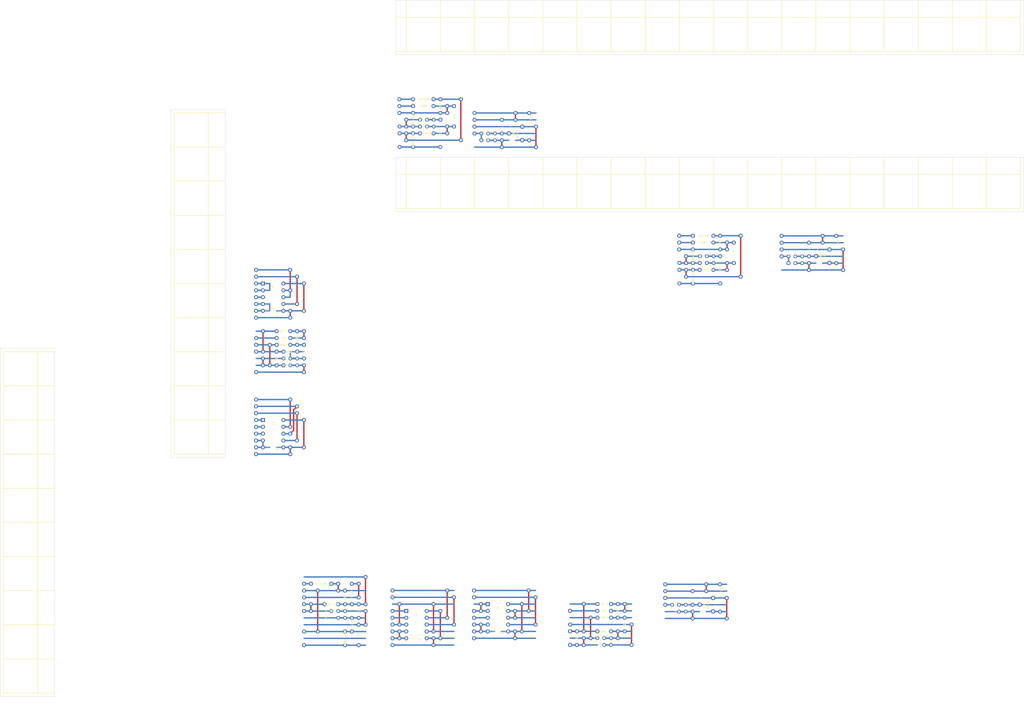
<source format=kicad_pcb>
(kicad_pcb (version 20170123) (host pcbnew "(2017-08-05 revision 2e96a5bc9)-master")
  (layers (0 F.Cu signal) (1 In1.Cu signal) (2 In2.Cu signal) (31 B.Cu signal) (34 B.Paste user) (35 F.Paste user) (36 B.SilkS user) (37 F.SilkS user) (38 B.Mask user) (39 F.Mask user) (44 Edge.Cuts user))
  (net 0 "")
  (net 1 GNDA)
  (net 2 "Net-(C7-Pad1)")
  (net 3 +5VA)
  (net 4 /LFO)
  (net 5 "Net-(C8-Pad2)")
  (net 6 "Net-(C10-Pad1)")
  (net 7 "Net-(R7-Pad2)")
  (net 8 "Net-(C12-Pad2)")
  (net 9 "Net-(C9-Pad2)")
  (net 10 "Net-(C10-Pad2)")
  (net 11 "Net-(C11-Pad1)")
  (net 12 "Net-(C12-Pad1)")
  (net 13 "Net-(C14-Pad1)")
  (net 14 "Net-(C18-Pad2)")
  (net 15 "Net-(C18-Pad1)")
  (net 16 "Net-(D3-Pad1)")
  (net 17 "Net-(R23-Pad1)")
  (module MyKi_TH_Board_Features:Labled-Circle (layer F.Cu) (at 195.597164 63.545984 90)
    (fp_text reference +V hide)
    (fp_text value REF** hide)
  )
  (module MyKi_TH_Board_Features:Labled-Circle (layer F.Cu) (at 195.597164 61.005984 90)
    (fp_text reference V-)
    (fp_text value REF** hide)
  )
  (module MyKi_TH_Board_Features:Labled-Circle (layer F.Cu) (at 195.597164 66.085984 90)
    (fp_text reference V+)
    (fp_text value REF** hide)
  )
  (module MyKi_TH_Board_Features:Labled-Circle (layer F.Cu) (at 195.597164 68.625984 90)
    (fp_text reference VREF)
    (fp_text value REF** hide)
  )
  (module MyKi_Transistors:Universal_BJT_ECB_SM (layer F.Cu) (at 200.677164 68.625984 270)
    (fp_text reference T2 (at 1.27 3.175 270) (layer F.SilkS) (effects (font (size 0.6 0.6) (thickness 0.1))))
    (fp_text value 2SC1740 (at 1.778 1.27 270) (layer F.SilkS) (effects (font (size 0.6 0.55) (thickness 0.1))))
    (fp_text user B (at -0.635 -1.27 90) (layer F.SilkS) (effects (font (size 0.7 0.7))))
    (fp_text user C (at 3.175 -1.27 90) (layer F.SilkS) (effects (font (size 0.7 0.7))))
    (fp_text user E (at -0.762 1.778 90) (layer F.SilkS) (effects (font (size 0.7 0.7))))
    (fp_line (start 2.54 -0.762) (end 2.54 -1.778) (layer B.Cu) (width 0.4))
    (fp_line (start 0 -0.762) (end 0 -1.778) (layer B.Cu) (width 0.4))
    (pad 2 thru_hole circle (at 2.54 -2.54 90) (size 1.4 1.4) (drill 0.8001) (layers *.Cu) (net 11 "Net-(C11-Pad1)"))
    (pad 2 thru_hole circle (at 2.54 0 90) (size 1.4 1.4) (drill 0.8001) (layers *.Cu) (net 11 "Net-(C11-Pad1)"))
    (pad 3 thru_hole circle (at 0 -2.54 90) (size 1.4 1.4) (drill 0.8001) (layers *.Cu) (net 10 "Net-(C10-Pad2)"))
    (pad 3 thru_hole circle (at 0 0 90) (size 1.4 1.4) (drill 0.8001) (layers *.Cu) (net 10 "Net-(C10-Pad2)"))
    (pad 1 thru_hole circle (at 0 2.54 90) (size 1.4 1.4) (drill 0.8001) (layers *.Cu) (net 8 "Net-(C12-Pad2)"))
  )
  (module MyKi_TH_Capacitors:200Mil_TH_CP_no3D (layer F.Cu) (at 205.757164 68.625984 90)
    (fp_text reference C? (at 1.27 -1.27 90) (layer F.SilkS) (effects (font (size 0.7 0.6))))
    (fp_text value 10µ)
    (pad 2 thru_hole circle (at 5.08 0 90) (size 1.5 1.5) (drill 0.8) (layers *.Cu *.Mask) (net 8 "Net-(C12-Pad2)"))
    (pad 1 thru_hole circle (at 0 0 90) (size 1.5 1.5) (drill 0.8) (layers *.Cu *.Mask) (net 12 "Net-(C12-Pad1)"))
  )
  (module MyKi_TH_Resistors:400Mil_TH_Resistor (layer F.Cu) (at 215.917164 61.005984 270)
    (fp_text reference R? (at 1.905 -0.635 270) (layer F.SilkS) (effects (font (size 0.8 0.7))))
    (fp_text value 2k2)
    (pad 1 thru_hole circle (at 0 0 270) (size 1.5 1.5) (drill 0.8) (layers *.Cu *.Mask) (net 9 "Net-(C9-Pad2)"))
    (pad 2 thru_hole circle (at 10.16 0 270) (size 1.5 1.5) (drill 0.8) (layers *.Cu *.Mask) (net 10 "Net-(C10-Pad2)"))
  )
  (module MyKi_Generics:200x200Mil_3TH_TrimPot (layer F.Cu) (at 213.377164 66.085984 180)
    (fp_text reference VR? (at 3.175 -2.54 -90) (layer F.SilkS) (effects (font (size 0.8 0.8))))
    (fp_text value B10K (at 1.905 -2.54 -90) (layer F.SilkS) (effects (font (size 0.8 0.8))))
    (pad 1 thru_hole circle (at 0 0 180) (size 1.62 1.62) (drill 0.9) (layers *.Cu *.Mask) (net 6 "Net-(C10-Pad1)"))
    (pad 2 thru_hole circle (at 5 -2.5 180) (size 1.62 1.62) (drill 0.9) (layers *.Cu *.Mask) (net 7 "Net-(R7-Pad2)"))
    (pad 3 thru_hole circle (at 0 -5 180) (size 1.62 1.62) (drill 0.9) (layers *.Cu *.Mask) (net 1 GNDA))
  )
  (module MyKi_TH_Board_Features:Labled-Circle (layer F.Cu) (at 167.714916 55.88 90)
    (fp_text reference LFO)
    (fp_text value REF** hide)
  )
  (module MyKi_Generics:400Mil_2TH_Generic (layer F.Cu) (at 182.88 63.5 270)
    (fp_text reference R23)
    (fp_text value 33K (at 5.08 0 270) (layer F.SilkS) (effects (font (size 0.8 0.7))))
    (pad 1 thru_hole circle (at 0 0 270) (size 1.5 1.5) (drill 0.8) (layers *.Cu *.Mask) (net 17 "Net-(R23-Pad1)"))
    (pad 2 thru_hole circle (at 10.16 0 270) (size 1.5 1.5) (drill 0.8) (layers *.Cu *.Mask) (net 14 "Net-(C18-Pad2)"))
  )
  (module MyKi_Generics:200Mil_2TH_Polar_Generic (layer F.Cu) (at 180.34 68.58 180)
    (fp_text reference D3)
    (fp_text value 1n4148 (at 2.54 0 180) (layer F.SilkS) (effects (font (size 0.8 0.7))))
    (pad 1 thru_hole circle (at 0 0 180) (size 1.5 1.5) (drill 0.8) (layers *.Cu *.Mask) (net 16 "Net-(D3-Pad1)"))
    (pad 2 thru_hole circle (at 5.079999 0 180) (size 1.5 1.5) (drill 0.8) (layers *.Cu *.Mask) (net 15 "Net-(C18-Pad1)"))
  )
  (module MyKi_Transistors:Universal_BJT_ECB_SM (layer F.Cu) (at 177.874916 63.5 270)
    (fp_text reference T3 (at 1.27 3.175 270) (layer F.SilkS) (effects (font (size 0.6 0.6) (thickness 0.1))))
    (fp_text value 2SC1740 (at 1.27 1.344916 270) (layer F.SilkS) (effects (font (size 0.6 0.55) (thickness 0.1))))
    (fp_line (start 0 -0.762) (end 0 -1.778) (layer B.Cu) (width 0.4))
    (fp_line (start 2.54 -0.762) (end 2.54 -1.778) (layer B.Cu) (width 0.4))
    (fp_text user E (at -0.635 1.905 90) (layer F.SilkS) (effects (font (size 0.7 0.7))))
    (fp_text user C (at 3.175 -1.27 90) (layer F.SilkS) (effects (font (size 0.7 0.7))))
    (fp_text user B (at -0.635 -1.27 90) (layer F.SilkS) (effects (font (size 0.7 0.7))))
    (pad 1 thru_hole circle (at 0 2.54 90) (size 1.4 1.4) (drill 0.8001) (layers *.Cu) (net 1 GNDA))
    (pad 3 thru_hole circle (at 0 0 90) (size 1.4 1.4) (drill 0.8001) (layers *.Cu) (net 17 "Net-(R23-Pad1)"))
    (pad 3 thru_hole circle (at 0 -2.54 90) (size 1.4 1.4) (drill 0.8001) (layers *.Cu) (net 17 "Net-(R23-Pad1)"))
    (pad 2 thru_hole circle (at 2.54 0 90) (size 1.4 1.4) (drill 0.8001) (layers *.Cu) (net 16 "Net-(D3-Pad1)"))
    (pad 2 thru_hole circle (at 2.54 -2.54 90) (size 1.4 1.4) (drill 0.8001) (layers *.Cu) (net 16 "Net-(D3-Pad1)"))
  )
  (module MyKi_TH_Board_Features:Labled-Circle (layer F.Cu) (at 167.64 58.42 90)
    (fp_text reference +VA)
    (fp_text value REF** hide)
  )
  (module MyKi_Generics:200Mil_2TH_Polar_Generic (layer F.Cu) (at 172.72 60.96 270)
    (fp_text reference C14)
    (fp_text value "100µ 10V" (at 2.54 0 270) (layer F.SilkS) (effects (font (size 0.8 0.7))))
    (pad 2 thru_hole circle (at 5.08 0 270) (size 1.5 1.5) (drill 0.8) (layers *.Cu *.Mask) (net 1 GNDA))
    (pad 1 thru_hole circle (at 0 0 270) (size 1.5 1.5) (drill 0.8) (layers *.Cu *.Mask) (net 13 "Net-(C14-Pad1)"))
  )
  (module MyKi_TH_Board_Features:Labled-Circle (layer F.Cu) (at 167.714916 68.555984 90)
    (fp_text reference pin7)
    (fp_text value REF** hide)
  )
  (module MyKi_Generics:200Mil_2TH_Generic (layer F.Cu) (at 172.72 68.58 270)
    (fp_text reference C18)
    (fp_text value "68p NPO" (at 2.54 0 270) (layer F.SilkS) (effects (font (size 0.8 0.7))))
    (pad 1 thru_hole circle (at 0 0 270) (size 1.5 1.5) (drill 0.8) (layers *.Cu *.Mask) (net 15 "Net-(C18-Pad1)"))
    (pad 2 thru_hole circle (at 5.08 0 270) (size 1.5 1.5) (drill 0.8) (layers *.Cu *.Mask) (net 14 "Net-(C18-Pad2)"))
  )
  (module MyKi_Generics:200Mil_2TH_Generic (layer F.Cu) (at 182.88 60.96 90)
    (fp_text reference R21)
    (fp_text value 220K (at 2.54 0 90) (layer F.SilkS) (effects (font (size 0.8 0.7))))
    (pad 2 thru_hole circle (at 5.08 0 90) (size 1.5 1.5) (drill 0.8) (layers *.Cu *.Mask) (net 15 "Net-(C18-Pad1)"))
    (pad 1 thru_hole circle (at 0 0 90) (size 1.5 1.5) (drill 0.8) (layers *.Cu *.Mask) (net 13 "Net-(C14-Pad1)"))
  )
  (module MyKi_TH_Board_Features:Labled-Circle (layer F.Cu) (at 167.714916 66.015984 90)
    (fp_text reference AG)
    (fp_text value REF** hide)
  )
  (module MyKi_Generics:300Mil_2TH_Polar_Generic (layer F.Cu) (at 180.34 55.88 180)
    (fp_text reference D2)
    (fp_text value 1n4148 (at 3.81 0 180) (layer F.SilkS) (effects (font (size 0.8 0.7))))
    (pad 1 thru_hole circle (at 0 0 180) (size 1.5 1.5) (drill 0.8) (layers *.Cu *.Mask) (net 15 "Net-(C18-Pad1)"))
    (pad 2 thru_hole circle (at 7.62 0 180) (size 1.5 1.5) (drill 0.8) (layers *.Cu *.Mask) (net 4 /LFO))
  )
  (module MyKi_Generics:300Mil_2TH_Generic (layer F.Cu) (at 187.96 58.42 270)
    (fp_text reference R22)
    (fp_text value 2.7K (at 3.81 0 270) (layer F.SilkS) (effects (font (size 0.8 0.7))))
    (pad 1 thru_hole circle (at 0 0 270) (size 1.5 1.5) (drill 0.8) (layers *.Cu *.Mask) (net 13 "Net-(C14-Pad1)"))
    (pad 2 thru_hole circle (at 7.62 0 270) (size 1.5 1.5) (drill 0.8) (layers *.Cu *.Mask) (net 16 "Net-(D3-Pad1)"))
  )
  (module MyKi_TH_Board_Features:Labled-Circle (layer F.Cu) (at 167.714916 73.635984 90)
    (fp_text reference pin5)
    (fp_text value REF** hide)
  )
  (module MyKi_Generics:300Mil_2TH_Generic (layer F.Cu) (at 180.34 58.42 180)
    (fp_text reference R20)
    (fp_text value 10Ω? (at 3.81 0 180) (layer F.SilkS) (effects (font (size 0.8 0.7))))
    (pad 1 thru_hole circle (at 0 0 180) (size 1.5 1.5) (drill 0.8) (layers *.Cu *.Mask) (net 13 "Net-(C14-Pad1)"))
    (pad 2 thru_hole circle (at 7.62 0 180) (size 1.5 1.5) (drill 0.8) (layers *.Cu *.Mask) (net 3 +5VA))
  )
  (module MyKi_Generics:300Mil_2TH_Generic (layer F.Cu) (at 284.48 109.22 180)
    (fp_text reference R20)
    (fp_text value 10Ω? (at 3.81 0 180) (layer F.SilkS) (effects (font (size 0.8 0.7))))
    (pad 2 thru_hole circle (at 7.62 0 180) (size 1.5 1.5) (drill 0.8) (layers *.Cu *.Mask) (net 3 +5VA))
    (pad 1 thru_hole circle (at 0 0 180) (size 1.5 1.5) (drill 0.8) (layers *.Cu *.Mask) (net 13 "Net-(C14-Pad1)"))
  )
  (module MyKi_Generics:300Mil_2TH_Polar_Generic (layer F.Cu) (at 284.48 106.68 180)
    (fp_text reference D2)
    (fp_text value 1n4148 (at 3.81 0 180) (layer F.SilkS) (effects (font (size 0.8 0.7))))
    (pad 2 thru_hole circle (at 7.62 0 180) (size 1.5 1.5) (drill 0.8) (layers *.Cu *.Mask) (net 4 /LFO))
    (pad 1 thru_hole circle (at 0 0 180) (size 1.5 1.5) (drill 0.8) (layers *.Cu *.Mask) (net 15 "Net-(C18-Pad1)"))
  )
  (module MyKi_Generics:300Mil_2TH_Generic (layer F.Cu) (at 292.1 109.22 270)
    (fp_text reference R22)
    (fp_text value 2.7K (at 3.81 0 270) (layer F.SilkS) (effects (font (size 0.8 0.7))))
    (pad 2 thru_hole circle (at 7.62 0 270) (size 1.5 1.5) (drill 0.8) (layers *.Cu *.Mask) (net 16 "Net-(D3-Pad1)"))
    (pad 1 thru_hole circle (at 0 0 270) (size 1.5 1.5) (drill 0.8) (layers *.Cu *.Mask) (net 13 "Net-(C14-Pad1)"))
  )
  (module MyKi_Generics:400Mil_2TH_Generic (layer F.Cu) (at 287.02 114.3 270)
    (fp_text reference R23)
    (fp_text value 33K (at 5.08 0 270) (layer F.SilkS) (effects (font (size 0.8 0.7))))
    (pad 2 thru_hole circle (at 10.16 0 270) (size 1.5 1.5) (drill 0.8) (layers *.Cu *.Mask) (net 14 "Net-(C18-Pad2)"))
    (pad 1 thru_hole circle (at 0 0 270) (size 1.5 1.5) (drill 0.8) (layers *.Cu *.Mask) (net 17 "Net-(R23-Pad1)"))
  )
  (module MyKi_TH_Board_Features:Labled-Circle (layer F.Cu) (at 271.854916 124.435984 90)
    (fp_text reference pin5)
    (fp_text value REF** hide)
  )
  (module MyKi_TH_Board_Features:Labled-Circle (layer F.Cu) (at 271.854916 119.355984 90)
    (fp_text reference pin7)
    (fp_text value REF** hide)
  )
  (module MyKi_TH_Board_Features:Labled-Circle (layer F.Cu) (at 271.854916 116.815984 90)
    (fp_text reference AG)
    (fp_text value REF** hide)
  )
  (module MyKi_TH_Board_Features:Labled-Circle (layer F.Cu) (at 271.78 109.22 90)
    (fp_text reference +VA)
    (fp_text value REF** hide)
  )
  (module MyKi_Generics:200Mil_2TH_Polar_Generic (layer F.Cu) (at 276.86 111.76 270)
    (fp_text reference C14)
    (fp_text value "100µ 10V" (at 2.54 0 270) (layer F.SilkS) (effects (font (size 0.8 0.7))))
    (pad 1 thru_hole circle (at 0 0 270) (size 1.5 1.5) (drill 0.8) (layers *.Cu *.Mask) (net 13 "Net-(C14-Pad1)"))
    (pad 2 thru_hole circle (at 5.08 0 270) (size 1.5 1.5) (drill 0.8) (layers *.Cu *.Mask) (net 1 GNDA))
  )
  (module MyKi_Transistors:Universal_BJT_ECB_SM (layer F.Cu) (at 282.014916 114.3 270)
    (fp_text reference T3 (at 1.27 3.175 270) (layer F.SilkS) (effects (font (size 0.6 0.6) (thickness 0.1))))
    (fp_text value 2SC1740 (at 1.27 1.344916 270) (layer F.SilkS) (effects (font (size 0.6 0.55) (thickness 0.1))))
    (fp_text user B (at -0.635 -1.27 90) (layer F.SilkS) (effects (font (size 0.7 0.7))))
    (fp_text user C (at 3.175 -1.27 90) (layer F.SilkS) (effects (font (size 0.7 0.7))))
    (fp_text user E (at -0.635 1.905 90) (layer F.SilkS) (effects (font (size 0.7 0.7))))
    (fp_line (start 2.54 -0.762) (end 2.54 -1.778) (layer B.Cu) (width 0.4))
    (fp_line (start 0 -0.762) (end 0 -1.778) (layer B.Cu) (width 0.4))
    (pad 2 thru_hole circle (at 2.54 -2.54 90) (size 1.4 1.4) (drill 0.8001) (layers *.Cu) (net 16 "Net-(D3-Pad1)"))
    (pad 2 thru_hole circle (at 2.54 0 90) (size 1.4 1.4) (drill 0.8001) (layers *.Cu) (net 16 "Net-(D3-Pad1)"))
    (pad 3 thru_hole circle (at 0 -2.54 90) (size 1.4 1.4) (drill 0.8001) (layers *.Cu) (net 17 "Net-(R23-Pad1)"))
    (pad 3 thru_hole circle (at 0 0 90) (size 1.4 1.4) (drill 0.8001) (layers *.Cu) (net 17 "Net-(R23-Pad1)"))
    (pad 1 thru_hole circle (at 0 2.54 90) (size 1.4 1.4) (drill 0.8001) (layers *.Cu) (net 1 GNDA))
  )
  (module MyKi_TH_Board_Features:Labled-Circle (layer F.Cu) (at 271.854916 106.68 90)
    (fp_text reference LFO)
    (fp_text value REF** hide)
  )
  (module MyKi_Generics:200Mil_2TH_Polar_Generic (layer F.Cu) (at 284.48 119.38 180)
    (fp_text reference D3)
    (fp_text value 1n4148 (at 2.54 0 180) (layer F.SilkS) (effects (font (size 0.8 0.7))))
    (pad 2 thru_hole circle (at 5.079999 0 180) (size 1.5 1.5) (drill 0.8) (layers *.Cu *.Mask) (net 15 "Net-(C18-Pad1)"))
    (pad 1 thru_hole circle (at 0 0 180) (size 1.5 1.5) (drill 0.8) (layers *.Cu *.Mask) (net 16 "Net-(D3-Pad1)"))
  )
  (module MyKi_Generics:200Mil_2TH_Generic (layer F.Cu) (at 276.86 119.38 270)
    (fp_text reference C18)
    (fp_text value "68p NPO" (at 2.54 0 270) (layer F.SilkS) (effects (font (size 0.8 0.7))))
    (pad 2 thru_hole circle (at 5.08 0 270) (size 1.5 1.5) (drill 0.8) (layers *.Cu *.Mask) (net 14 "Net-(C18-Pad2)"))
    (pad 1 thru_hole circle (at 0 0 270) (size 1.5 1.5) (drill 0.8) (layers *.Cu *.Mask) (net 15 "Net-(C18-Pad1)"))
  )
  (module MyKi_Generics:200Mil_2TH_Generic (layer F.Cu) (at 287.02 111.76 90)
    (fp_text reference R21)
    (fp_text value 220K (at 2.54 0 90) (layer F.SilkS) (effects (font (size 0.8 0.7))))
    (pad 1 thru_hole circle (at 0 0 90) (size 1.5 1.5) (drill 0.8) (layers *.Cu *.Mask) (net 13 "Net-(C14-Pad1)"))
    (pad 2 thru_hole circle (at 5.08 0 90) (size 1.5 1.5) (drill 0.8) (layers *.Cu *.Mask) (net 15 "Net-(C18-Pad1)"))
  )
  (module MyKi_TH_Board_Features:Labled-Circle (layer F.Cu) (at 114.3 170.18 270)
    (fp_text reference 2-)
    (fp_text value REF** hide)
  )
  (module MyKi_TH_Board_Features:Labled-Circle (layer F.Cu) (at 114.3 172.72 270)
    (fp_text reference 2+)
    (fp_text value REF** hide)
  )
  (module MyKi_TH_Board_Features:Labled-Circle (layer F.Cu) (at 114.3 177.8 270)
    (fp_text reference 1-)
    (fp_text value REF** hide)
  )
  (module MyKi_TH_Board_Features:Labled-Circle (layer F.Cu) (at 114.3 180.34 270)
    (fp_text reference 1+)
    (fp_text value REF** hide)
  )
  (module MyKi_TH_Board_Features:Labled-Circle (layer F.Cu) (at 114.3 167.64 270)
    (fp_text reference 2)
    (fp_text value REF** hide)
  )
  (module MyKi_TH_Board_Features:Labled-Circle (layer F.Cu) (at 114.3 175.26 270)
    (fp_text reference 1)
    (fp_text value REF** hide)
  )
  (module MyKi_TH_Board_Features:Labled-Circle (layer F.Cu) (at 114.3 187.96 270)
    (fp_text reference V+)
    (fp_text value REF** hide)
  )
  (module MyKi_TH_Board_Features:Labled-Circle (layer F.Cu) (at 114.3 182.88 270)
    (fp_text reference V-)
    (fp_text value REF** hide)
  )
  (module MyKi_TH_Board_Features:Labled-Circle (layer F.Cu) (at 114.3 185.42 270)
    (fp_text reference +V hide)
    (fp_text value REF** hide)
  )
  (module MyKi_TH_Capacitors:300Mil_TH_C_no3D (layer F.Cu) (at 124.46 185.42 180)
    (fp_text reference C? (at 2.286 -0.762 180) (layer F.SilkS) (effects (font (size 0.7 0.6))))
    (fp_text value 10n)
    (pad 1 thru_hole circle (at 0 0 180) (size 1.5 1.5) (drill 0.8) (layers *.Cu *.Mask) (net 12 "Net-(C12-Pad1)"))
    (pad 2 thru_hole circle (at 7.62 0 180) (size 1.5 1.5) (drill 0.8) (layers *.Cu *.Mask) (net 8 "Net-(C12-Pad2)"))
  )
  (module MyKi_TH_IC:300Mil_DIP8 (layer F.Cu) (at 116.84 175.26)
    (fp_text reference U? (at 3.81 1.27 90) (layer F.SilkS) (effects (font (size 0.6 0.6))))
    (fp_text value DualOp)
    (pad 1 thru_hole rect (at 0 0) (size 1.5 1.5) (drill 0.8) (layers *.Cu *.Mask))
    (pad 8 thru_hole circle (at 7.62 0) (size 1.5 1.5) (drill 0.8) (layers *.Cu *.Mask))
    (pad 2 thru_hole circle (at 0 2.54) (size 1.5 1.5) (drill 0.8) (layers *.Cu *.Mask))
    (pad 3 thru_hole circle (at 0 5.08) (size 1.5 1.5) (drill 0.8) (layers *.Cu *.Mask))
    (pad 4 thru_hole circle (at 0 7.62) (size 1.5 1.5) (drill 0.8) (layers *.Cu *.Mask))
    (pad 5 thru_hole circle (at 7.62 7.62) (size 1.5 1.5) (drill 0.8) (layers *.Cu *.Mask))
    (pad 6 thru_hole circle (at 7.62 5.08) (size 1.5 1.5) (drill 0.8) (layers *.Cu *.Mask))
    (pad 7 thru_hole circle (at 7.62 2.54) (size 1.5 1.5) (drill 0.8) (layers *.Cu *.Mask))
  )
  (module MyKi_Transistors:Universal_BJT_ECB_SM (layer F.Cu) (at 127.05432 152.359512 270)
    (fp_text reference T2 (at 1.27 3.175 270) (layer F.SilkS) (effects (font (size 0.6 0.6) (thickness 0.1))))
    (fp_text value 2SC1740 (at 1.778 1.27 270) (layer F.SilkS) (effects (font (size 0.6 0.55) (thickness 0.1))))
    (fp_text user B (at -0.635 -1.27 90) (layer F.SilkS) (effects (font (size 0.7 0.7))))
    (fp_text user C (at 3.175 -1.27 90) (layer F.SilkS) (effects (font (size 0.7 0.7))))
    (fp_text user E (at -0.762 1.778 90) (layer F.SilkS) (effects (font (size 0.7 0.7))))
    (fp_line (start 2.54 -0.762) (end 2.54 -1.778) (layer B.Cu) (width 0.4))
    (fp_line (start 0 -0.762) (end 0 -1.778) (layer B.Cu) (width 0.4))
    (pad 2 thru_hole circle (at 2.54 -2.54 90) (size 1.4 1.4) (drill 0.8001) (layers *.Cu) (net 11 "Net-(C11-Pad1)"))
    (pad 2 thru_hole circle (at 2.54 0 90) (size 1.4 1.4) (drill 0.8001) (layers *.Cu) (net 11 "Net-(C11-Pad1)"))
    (pad 3 thru_hole circle (at 0 -2.54 90) (size 1.4 1.4) (drill 0.8001) (layers *.Cu) (net 10 "Net-(C10-Pad2)"))
    (pad 3 thru_hole circle (at 0 0 90) (size 1.4 1.4) (drill 0.8001) (layers *.Cu) (net 10 "Net-(C10-Pad2)"))
    (pad 1 thru_hole circle (at 0 2.54 90) (size 1.4 1.4) (drill 0.8001) (layers *.Cu) (net 8 "Net-(C12-Pad2)"))
  )
  (module MyKi_Generics:200Mil_2TH_Generic (layer F.Cu) (at 132.114704 147.279512 270)
    (fp_text reference R14)
    (fp_text value 10K (at 2.54 0 270) (layer F.SilkS) (effects (font (size 0.8 0.7))))
    (pad 1 thru_hole circle (at 0 0 270) (size 1.5 1.5) (drill 0.8) (layers *.Cu *.Mask) (net 9 "Net-(C9-Pad2)"))
    (pad 2 thru_hole circle (at 5.08 0 270) (size 1.5 1.5) (drill 0.8) (layers *.Cu *.Mask) (net 10 "Net-(C10-Pad2)"))
  )
  (module MyKi_Generics:200Mil_2TH_Generic (layer F.Cu) (at 129.574704 142.199512 270)
    (fp_text reference R13)
    (fp_text value 10K (at 2.54 0 270) (layer F.SilkS) (effects (font (size 0.8 0.7))))
    (pad 2 thru_hole circle (at 5.08 0 270) (size 1.5 1.5) (drill 0.8) (layers *.Cu *.Mask) (net 9 "Net-(C9-Pad2)"))
    (pad 1 thru_hole circle (at 0 0 270) (size 1.5 1.5) (drill 0.8) (layers *.Cu *.Mask) (net 5 "Net-(C8-Pad2)"))
  )
  (module MyKi_Generics:200Mil_2TH_Generic (layer F.Cu) (at 121.954704 144.739512)
    (fp_text reference R12)
    (fp_text value 10K (at 2.54 0) (layer F.SilkS) (effects (font (size 0.8 0.7))))
    (pad 2 thru_hole circle (at 5.08 0) (size 1.5 1.5) (drill 0.8) (layers *.Cu *.Mask) (net 5 "Net-(C8-Pad2)"))
    (pad 1 thru_hole circle (at 0 0) (size 1.5 1.5) (drill 0.8) (layers *.Cu *.Mask) (net 2 "Net-(C7-Pad1)"))
  )
  (module MyKi_Generics:200Mil_2TH_Generic (layer F.Cu) (at 124.51432 149.819512)
    (fp_text reference C10)
    (fp_text value "390p J" (at 2.54 0) (layer F.SilkS) (effects (font (size 0.8 0.6))))
    (pad 2 thru_hole circle (at 5.08 0) (size 1.5 1.5) (drill 0.8) (layers *.Cu *.Mask) (net 10 "Net-(C10-Pad2)"))
    (pad 1 thru_hole circle (at 0 0) (size 1.5 1.5) (drill 0.8) (layers *.Cu *.Mask) (net 1 GNDA))
  )
  (module MyKi_Generics:200Mil_2TH_Generic (layer F.Cu) (at 121.954704 147.279512)
    (fp_text reference C9)
    (fp_text value "6n8 K" (at 2.54 0) (layer F.SilkS) (effects (font (size 0.8 0.7))))
    (pad 2 thru_hole circle (at 5.08 0) (size 1.5 1.5) (drill 0.8) (layers *.Cu *.Mask) (net 9 "Net-(C9-Pad2)"))
    (pad 1 thru_hole circle (at 0 0) (size 1.5 1.5) (drill 0.8) (layers *.Cu *.Mask) (net 8 "Net-(C12-Pad2)"))
  )
  (module MyKi_Generics:200Mil_2TH_Generic (layer F.Cu) (at 121.954704 142.199512)
    (fp_text reference C8)
    (fp_text value "2n7 K" (at 2.54 0) (layer F.SilkS) (effects (font (size 0.8 0.7))))
    (pad 2 thru_hole circle (at 5.08 0) (size 1.5 1.5) (drill 0.8) (layers *.Cu *.Mask) (net 5 "Net-(C8-Pad2)"))
    (pad 1 thru_hole circle (at 0 0) (size 1.5 1.5) (drill 0.8) (layers *.Cu *.Mask) (net 1 GNDA))
  )
  (module MyKi_Generics:200Mil_2TH_Generic (layer F.Cu) (at 121.954704 149.825296 270)
    (fp_text reference R16)
    (fp_text value 10K (at 2.54 0 270) (layer F.SilkS) (effects (font (size 0.8 0.7))))
    (pad 2 thru_hole circle (at 5.08 0 270) (size 1.5 1.5) (drill 0.8) (layers *.Cu *.Mask) (net 8 "Net-(C12-Pad2)"))
    (pad 1 thru_hole circle (at 0 0 270) (size 1.5 1.5) (drill 0.8) (layers *.Cu *.Mask) (net 1 GNDA))
  )
  (module MyKi_TH_Board_Features:Labled-Circle (layer F.Cu) (at 114.334704 157.445296 90)
    (fp_text reference V+)
    (fp_text value REF** hide)
  )
  (module MyKi_TH_Board_Features:Labled-Circle (layer F.Cu) (at 114.35432 149.819512 90)
    (fp_text reference V-)
    (fp_text value REF** hide)
  )
  (module MyKi_TH_Board_Features:Labled-Circle (layer F.Cu) (at 114.35432 144.739512 90)
    (fp_text reference In)
    (fp_text value REF** hide)
  )
  (module MyKi_TH_Board_Features:Labled-Circle (layer F.Cu) (at 114.35432 147.285296 90)
    (fp_text reference Out)
    (fp_text value REF** hide)
  )
  (module MyKi_TH_Board_Features:Labled-Circle (layer F.Cu) (at 231.159616 258.972616 90)
    (fp_text reference Out)
    (fp_text value REF** hide)
  )
  (module MyKi_TH_Board_Features:Labled-Circle (layer F.Cu) (at 231.159616 246.272616 90)
    (fp_text reference In)
    (fp_text value REF** hide)
  )
  (module MyKi_TH_Board_Features:Labled-Circle (layer F.Cu) (at 231.159616 253.892616 90)
    (fp_text reference V-)
    (fp_text value REF** hide)
  )
  (module MyKi_TH_Board_Features:Labled-Circle (layer F.Cu) (at 231.159616 251.352616 90)
    (fp_text reference V+)
    (fp_text value REF** hide)
  )
  (module MyKi_Generics:200Mil_2TH_Generic (layer F.Cu) (at 233.699616 253.892616 270)
    (fp_text reference R16)
    (fp_text value 10K (at 2.54 0 270) (layer F.SilkS) (effects (font (size 0.8 0.7))))
    (pad 1 thru_hole circle (at 0 0 270) (size 1.5 1.5) (drill 0.8) (layers *.Cu *.Mask) (net 1 GNDA))
    (pad 2 thru_hole circle (at 5.08 0 270) (size 1.5 1.5) (drill 0.8) (layers *.Cu *.Mask) (net 8 "Net-(C12-Pad2)"))
  )
  (module MyKi_Transistors:Universal_BJT_ECB_SM (layer F.Cu) (at 243.859616 256.432616 270)
    (fp_text reference T2 (at 1.27 3.175 270) (layer F.SilkS) (effects (font (size 0.6 0.6) (thickness 0.1))))
    (fp_text value 2SC1740 (at 1.778 1.27 270) (layer F.SilkS) (effects (font (size 0.6 0.55) (thickness 0.1))))
    (fp_line (start 0 -0.762) (end 0 -1.778) (layer B.Cu) (width 0.4))
    (fp_line (start 2.54 -0.762) (end 2.54 -1.778) (layer B.Cu) (width 0.4))
    (fp_text user E (at -0.762 1.778 90) (layer F.SilkS) (effects (font (size 0.7 0.7))))
    (fp_text user C (at 3.175 -1.27 90) (layer F.SilkS) (effects (font (size 0.7 0.7))))
    (fp_text user B (at -0.635 -1.27 90) (layer F.SilkS) (effects (font (size 0.7 0.7))))
    (pad 1 thru_hole circle (at 0 2.54 90) (size 1.4 1.4) (drill 0.8001) (layers *.Cu) (net 8 "Net-(C12-Pad2)"))
    (pad 3 thru_hole circle (at 0 0 90) (size 1.4 1.4) (drill 0.8001) (layers *.Cu) (net 10 "Net-(C10-Pad2)"))
    (pad 3 thru_hole circle (at 0 -2.54 90) (size 1.4 1.4) (drill 0.8001) (layers *.Cu) (net 10 "Net-(C10-Pad2)"))
    (pad 2 thru_hole circle (at 2.54 0 90) (size 1.4 1.4) (drill 0.8001) (layers *.Cu) (net 11 "Net-(C11-Pad1)"))
    (pad 2 thru_hole circle (at 2.54 -2.54 90) (size 1.4 1.4) (drill 0.8001) (layers *.Cu) (net 11 "Net-(C11-Pad1)"))
  )
  (module MyKi_Generics:200Mil_2TH_Generic (layer F.Cu) (at 241.319616 243.732616)
    (fp_text reference C8)
    (fp_text value "2n7 K" (at 2.54 0) (layer F.SilkS) (effects (font (size 0.8 0.7))))
    (pad 1 thru_hole circle (at 0 0) (size 1.5 1.5) (drill 0.8) (layers *.Cu *.Mask) (net 1 GNDA))
    (pad 2 thru_hole circle (at 5.08 0) (size 1.5 1.5) (drill 0.8) (layers *.Cu *.Mask) (net 5 "Net-(C8-Pad2)"))
  )
  (module MyKi_Generics:200Mil_2TH_Generic (layer F.Cu) (at 241.319616 248.812616)
    (fp_text reference C9)
    (fp_text value "6n8 K" (at 2.54 0) (layer F.SilkS) (effects (font (size 0.8 0.7))))
    (pad 1 thru_hole circle (at 0 0) (size 1.5 1.5) (drill 0.8) (layers *.Cu *.Mask) (net 8 "Net-(C12-Pad2)"))
    (pad 2 thru_hole circle (at 5.08 0) (size 1.5 1.5) (drill 0.8) (layers *.Cu *.Mask) (net 9 "Net-(C9-Pad2)"))
  )
  (module MyKi_Generics:200Mil_2TH_Generic (layer F.Cu) (at 241.319616 253.892616)
    (fp_text reference C10)
    (fp_text value "390p J" (at 2.54 0) (layer F.SilkS) (effects (font (size 0.8 0.6))))
    (pad 1 thru_hole circle (at 0 0) (size 1.5 1.5) (drill 0.8) (layers *.Cu *.Mask) (net 1 GNDA))
    (pad 2 thru_hole circle (at 5.08 0) (size 1.5 1.5) (drill 0.8) (layers *.Cu *.Mask) (net 10 "Net-(C10-Pad2)"))
  )
  (module MyKi_Generics:200Mil_2TH_Generic (layer F.Cu) (at 241.319616 246.272616)
    (fp_text reference R12)
    (fp_text value 10K (at 2.54 0) (layer F.SilkS) (effects (font (size 0.8 0.7))))
    (pad 1 thru_hole circle (at 0 0) (size 1.5 1.5) (drill 0.8) (layers *.Cu *.Mask) (net 2 "Net-(C7-Pad1)"))
    (pad 2 thru_hole circle (at 5.08 0) (size 1.5 1.5) (drill 0.8) (layers *.Cu *.Mask) (net 5 "Net-(C8-Pad2)"))
  )
  (module MyKi_Generics:200Mil_2TH_Generic (layer F.Cu) (at 248.939616 243.732616 270)
    (fp_text reference R13)
    (fp_text value 10K (at 2.54 0 270) (layer F.SilkS) (effects (font (size 0.8 0.7))))
    (pad 1 thru_hole circle (at 0 0 270) (size 1.5 1.5) (drill 0.8) (layers *.Cu *.Mask) (net 5 "Net-(C8-Pad2)"))
    (pad 2 thru_hole circle (at 5.08 0 270) (size 1.5 1.5) (drill 0.8) (layers *.Cu *.Mask) (net 9 "Net-(C9-Pad2)"))
  )
  (module MyKi_Generics:200Mil_2TH_Generic (layer F.Cu) (at 251.479616 248.812616 270)
    (fp_text reference R14)
    (fp_text value 10K (at 2.54 0 270) (layer F.SilkS) (effects (font (size 0.8 0.7))))
    (pad 2 thru_hole circle (at 5.08 0 270) (size 1.5 1.5) (drill 0.8) (layers *.Cu *.Mask) (net 10 "Net-(C10-Pad2)"))
    (pad 1 thru_hole circle (at 0 0 270) (size 1.5 1.5) (drill 0.8) (layers *.Cu *.Mask) (net 9 "Net-(C9-Pad2)"))
  )
  (module MyKi_TH_Board_Features:Labled-Circle (layer F.Cu) (at 114.3 124.46 270)
    (fp_text reference +V hide)
    (fp_text value REF** hide)
  )
  (module MyKi_TH_Board_Features:Labled-Circle (layer F.Cu) (at 114.3 134.62 270)
    (fp_text reference +V hide)
    (fp_text value REF** hide)
  )
  (module MyKi_TH_Board_Features:Labled-Circle (layer F.Cu) (at 114.3 129.54 270)
    (fp_text reference In1)
    (fp_text value REF** hide)
  )
  (module MyKi_TH_Board_Features:Labled-Circle (layer F.Cu) (at 114.3 121.92 270)
    (fp_text reference In2)
    (fp_text value REF** hide)
  )
  (module MyKi_TH_Board_Features:Labled-Circle (layer F.Cu) (at 114.3 119.35587 270)
    (fp_text reference Out2)
    (fp_text value REF** hide)
  )
  (module MyKi_TH_Board_Features:Labled-Circle (layer F.Cu) (at 114.3 127 270)
    (fp_text reference Out1)
    (fp_text value REF** hide)
  )
  (module MyKi_TH_Board_Features:Labled-Circle (layer F.Cu) (at 114.3 137.16 270)
    (fp_text reference V+)
    (fp_text value REF** hide)
  )
  (module MyKi_TH_Board_Features:Labled-Circle (layer F.Cu) (at 114.3 132.08 270)
    (fp_text reference V-)
    (fp_text value REF** hide)
  )
  (module MyKi_TH_Capacitors:300Mil_TH_C_no3D (layer F.Cu) (at 124.46 134.62 180)
    (fp_text reference C? (at 2.286 -0.762 180) (layer F.SilkS) (effects (font (size 0.7 0.6))))
    (fp_text value 10n)
    (pad 2 thru_hole circle (at 7.62 0 180) (size 1.5 1.5) (drill 0.8) (layers *.Cu *.Mask) (net 8 "Net-(C12-Pad2)"))
    (pad 1 thru_hole circle (at 0 0 180) (size 1.5 1.5) (drill 0.8) (layers *.Cu *.Mask) (net 12 "Net-(C12-Pad1)"))
  )
  (module MyKi_TH_IC:300Mil_DIP8 (layer F.Cu) (at 116.84 124.46)
    (fp_text reference U? (at 3.81 1.27 90) (layer F.SilkS) (effects (font (size 0.6 0.6))))
    (fp_text value DualOp)
    (pad 7 thru_hole circle (at 7.62 2.54) (size 1.5 1.5) (drill 0.8) (layers *.Cu *.Mask))
    (pad 6 thru_hole circle (at 7.62 5.08) (size 1.5 1.5) (drill 0.8) (layers *.Cu *.Mask))
    (pad 5 thru_hole circle (at 7.62 7.62) (size 1.5 1.5) (drill 0.8) (layers *.Cu *.Mask))
    (pad 4 thru_hole circle (at 0 7.62) (size 1.5 1.5) (drill 0.8) (layers *.Cu *.Mask))
    (pad 3 thru_hole circle (at 0 5.08) (size 1.5 1.5) (drill 0.8) (layers *.Cu *.Mask))
    (pad 2 thru_hole circle (at 0 2.54) (size 1.5 1.5) (drill 0.8) (layers *.Cu *.Mask))
    (pad 8 thru_hole circle (at 7.62 0) (size 1.5 1.5) (drill 0.8) (layers *.Cu *.Mask))
    (pad 1 thru_hole rect (at 0 0) (size 1.5 1.5) (drill 0.8) (layers *.Cu *.Mask))
  )
  (module MyKi_Generics:200x200Mil_3TH_TrimPot (layer F.Cu) (at 284.370164 241.472984 180)
    (fp_text reference VR? (at 3.175 -2.54 -90) (layer F.SilkS) (effects (font (size 0.8 0.8))))
    (fp_text value B10K (at 1.905 -2.54 -90) (layer F.SilkS) (effects (font (size 0.8 0.8))))
    (pad 1 thru_hole circle (at 0 0 180) (size 1.62 1.62) (drill 0.9) (layers *.Cu *.Mask) (net 6 "Net-(C10-Pad1)"))
    (pad 2 thru_hole circle (at 5 -2.5 180) (size 1.62 1.62) (drill 0.9) (layers *.Cu *.Mask) (net 7 "Net-(R7-Pad2)"))
    (pad 3 thru_hole circle (at 0 -5 180) (size 1.62 1.62) (drill 0.9) (layers *.Cu *.Mask) (net 1 GNDA))
  )
  (module MyKi_TH_Resistors:400Mil_TH_Resistor (layer F.Cu) (at 286.910164 236.392984 270)
    (fp_text reference R? (at 1.905 -0.635 270) (layer F.SilkS) (effects (font (size 0.8 0.7))))
    (fp_text value 2k2)
    (pad 1 thru_hole circle (at 0 0 270) (size 1.5 1.5) (drill 0.8) (layers *.Cu *.Mask) (net 9 "Net-(C9-Pad2)"))
    (pad 2 thru_hole circle (at 10.16 0 270) (size 1.5 1.5) (drill 0.8) (layers *.Cu *.Mask) (net 10 "Net-(C10-Pad2)"))
  )
  (module MyKi_TH_Capacitors:200Mil_TH_CP_no3D (layer F.Cu) (at 276.750164 244.012984 90)
    (fp_text reference C? (at 1.27 -1.27 90) (layer F.SilkS) (effects (font (size 0.7 0.6))))
    (fp_text value 10µ)
    (pad 2 thru_hole circle (at 5.08 0 90) (size 1.5 1.5) (drill 0.8) (layers *.Cu *.Mask) (net 8 "Net-(C12-Pad2)"))
    (pad 1 thru_hole circle (at 0 0 90) (size 1.5 1.5) (drill 0.8) (layers *.Cu *.Mask) (net 12 "Net-(C12-Pad1)"))
  )
  (module MyKi_Transistors:Universal_BJT_ECB_SM (layer F.Cu) (at 271.670164 244.012984 270)
    (fp_text reference T2 (at 1.27 3.175 270) (layer F.SilkS) (effects (font (size 0.6 0.6) (thickness 0.1))))
    (fp_text value 2SC1740 (at 1.778 1.27 270) (layer F.SilkS) (effects (font (size 0.6 0.55) (thickness 0.1))))
    (fp_text user B (at -0.635 -1.27 90) (layer F.SilkS) (effects (font (size 0.7 0.7))))
    (fp_text user C (at 3.175 -1.27 90) (layer F.SilkS) (effects (font (size 0.7 0.7))))
    (fp_text user E (at -0.762 1.778 90) (layer F.SilkS) (effects (font (size 0.7 0.7))))
    (fp_line (start 2.54 -0.762) (end 2.54 -1.778) (layer B.Cu) (width 0.4))
    (fp_line (start 0 -0.762) (end 0 -1.778) (layer B.Cu) (width 0.4))
    (pad 2 thru_hole circle (at 2.54 -2.54 90) (size 1.4 1.4) (drill 0.8001) (layers *.Cu) (net 11 "Net-(C11-Pad1)"))
    (pad 2 thru_hole circle (at 2.54 0 90) (size 1.4 1.4) (drill 0.8001) (layers *.Cu) (net 11 "Net-(C11-Pad1)"))
    (pad 3 thru_hole circle (at 0 -2.54 90) (size 1.4 1.4) (drill 0.8001) (layers *.Cu) (net 10 "Net-(C10-Pad2)"))
    (pad 3 thru_hole circle (at 0 0 90) (size 1.4 1.4) (drill 0.8001) (layers *.Cu) (net 10 "Net-(C10-Pad2)"))
    (pad 1 thru_hole circle (at 0 2.54 90) (size 1.4 1.4) (drill 0.8001) (layers *.Cu) (net 8 "Net-(C12-Pad2)"))
  )
  (module MyKi_TH_Board_Features:Labled-Circle (layer F.Cu) (at 266.590164 244.012984 90)
    (fp_text reference VREF)
    (fp_text value REF** hide)
  )
  (module MyKi_TH_Board_Features:Labled-Circle (layer F.Cu) (at 266.590164 241.472984 90)
    (fp_text reference V+)
    (fp_text value REF** hide)
  )
  (module MyKi_TH_Board_Features:Labled-Circle (layer F.Cu) (at 266.590164 238.932984 90)
    (fp_text reference +V hide)
    (fp_text value REF** hide)
  )
  (module MyKi_TH_Board_Features:Labled-Circle (layer F.Cu) (at 266.590164 236.392984 90)
    (fp_text reference V-)
    (fp_text value REF** hide)
  )
  (module MyKi_TH_Board_Features:Labled-Circle (layer F.Cu) (at 165.094538 248.851038 90)
    (fp_text reference In1)
    (fp_text value REF** hide)
  )
  (module MyKi_TH_Board_Features:Labled-Circle (layer F.Cu) (at 165.094538 241.231038 90)
    (fp_text reference In2)
    (fp_text value REF** hide)
  )
  (module MyKi_TH_Board_Features:Labled-Circle (layer F.Cu) (at 165.094538 251.391038 90)
    (fp_text reference VREF)
    (fp_text value REF** hide)
  )
  (module MyKi_TH_IC:300Mil_DIP8 (layer F.Cu) (at 170.174538 246.311038)
    (fp_text reference U? (at 3.81 1.27 90) (layer F.SilkS) (effects (font (size 0.6 0.6))))
    (fp_text value DualOp)
    (pad 1 thru_hole rect (at 0 0) (size 1.5 1.5) (drill 0.8) (layers *.Cu *.Mask))
    (pad 8 thru_hole circle (at 7.62 0) (size 1.5 1.5) (drill 0.8) (layers *.Cu *.Mask))
    (pad 2 thru_hole circle (at 0 2.54) (size 1.5 1.5) (drill 0.8) (layers *.Cu *.Mask))
    (pad 3 thru_hole circle (at 0 5.08) (size 1.5 1.5) (drill 0.8) (layers *.Cu *.Mask))
    (pad 4 thru_hole circle (at 0 7.62) (size 1.5 1.5) (drill 0.8) (layers *.Cu *.Mask))
    (pad 5 thru_hole circle (at 7.62 7.62) (size 1.5 1.5) (drill 0.8) (layers *.Cu *.Mask))
    (pad 6 thru_hole circle (at 7.62 5.08) (size 1.5 1.5) (drill 0.8) (layers *.Cu *.Mask))
    (pad 7 thru_hole circle (at 7.62 2.54) (size 1.5 1.5) (drill 0.8) (layers *.Cu *.Mask))
  )
  (module MyKi_TH_Capacitors:300Mil_TH_C_no3D (layer F.Cu) (at 177.794538 256.471038 180)
    (fp_text reference C? (at 2.286 -0.762 180) (layer F.SilkS) (effects (font (size 0.7 0.6))))
    (fp_text value 10n)
    (pad 1 thru_hole circle (at 0 0 180) (size 1.5 1.5) (drill 0.8) (layers *.Cu *.Mask) (net 12 "Net-(C12-Pad1)"))
    (pad 2 thru_hole circle (at 7.62 0 180) (size 1.5 1.5) (drill 0.8) (layers *.Cu *.Mask) (net 8 "Net-(C12-Pad2)"))
  )
  (module MyKi_TH_Board_Features:Labled-Circle (layer F.Cu) (at 165.094538 256.471038 90)
    (fp_text reference +V hide)
    (fp_text value REF** hide)
  )
  (module MyKi_TH_Board_Features:Labled-Circle (layer F.Cu) (at 165.094538 253.931038 90)
    (fp_text reference V-)
    (fp_text value REF** hide)
  )
  (module MyKi_TH_Board_Features:Labled-Circle (layer F.Cu) (at 165.094538 259.011038 90)
    (fp_text reference V+)
    (fp_text value REF** hide)
  )
  (module MyKi_TH_Board_Features:Labled-Circle (layer F.Cu) (at 165.094538 246.311038 90)
    (fp_text reference Out1)
    (fp_text value REF** hide)
  )
  (module MyKi_TH_Board_Features:Labled-Circle (layer F.Cu) (at 165.094538 238.691038 90)
    (fp_text reference Out2)
    (fp_text value REF** hide)
  )
  (module MyKi_Generics:200x200Mil_3TH_TrimPot (layer F.Cu) (at 327.677164 111.805984 180)
    (fp_text reference VR? (at 3.175 -2.54 -90) (layer F.SilkS) (effects (font (size 0.8 0.8))))
    (fp_text value B10K (at 1.905 -2.54 -90) (layer F.SilkS) (effects (font (size 0.8 0.8))))
    (pad 3 thru_hole circle (at 0 -5 180) (size 1.62 1.62) (drill 0.9) (layers *.Cu *.Mask) (net 1 GNDA))
    (pad 2 thru_hole circle (at 5 -2.5 180) (size 1.62 1.62) (drill 0.9) (layers *.Cu *.Mask) (net 7 "Net-(R7-Pad2)"))
    (pad 1 thru_hole circle (at 0 0 180) (size 1.62 1.62) (drill 0.9) (layers *.Cu *.Mask) (net 6 "Net-(C10-Pad1)"))
  )
  (module MyKi_TH_Resistors:400Mil_TH_Resistor (layer F.Cu) (at 330.217164 106.725984 270)
    (fp_text reference R? (at 1.905 -0.635 270) (layer F.SilkS) (effects (font (size 0.8 0.7))))
    (fp_text value 2k2)
    (pad 2 thru_hole circle (at 10.16 0 270) (size 1.5 1.5) (drill 0.8) (layers *.Cu *.Mask) (net 10 "Net-(C10-Pad2)"))
    (pad 1 thru_hole circle (at 0 0 270) (size 1.5 1.5) (drill 0.8) (layers *.Cu *.Mask) (net 9 "Net-(C9-Pad2)"))
  )
  (module MyKi_TH_Capacitors:200Mil_TH_CP_no3D (layer F.Cu) (at 320.057164 114.345984 90)
    (fp_text reference C? (at 1.27 -1.27 90) (layer F.SilkS) (effects (font (size 0.7 0.6))))
    (fp_text value 10µ)
    (pad 1 thru_hole circle (at 0 0 90) (size 1.5 1.5) (drill 0.8) (layers *.Cu *.Mask) (net 12 "Net-(C12-Pad1)"))
    (pad 2 thru_hole circle (at 5.08 0 90) (size 1.5 1.5) (drill 0.8) (layers *.Cu *.Mask) (net 8 "Net-(C12-Pad2)"))
  )
  (module MyKi_Transistors:Universal_BJT_ECB_SM (layer F.Cu) (at 314.977164 114.345984 270)
    (fp_text reference T2 (at 1.27 3.175 270) (layer F.SilkS) (effects (font (size 0.6 0.6) (thickness 0.1))))
    (fp_text value 2SC1740 (at 1.778 1.27 270) (layer F.SilkS) (effects (font (size 0.6 0.55) (thickness 0.1))))
    (fp_line (start 0 -0.762) (end 0 -1.778) (layer B.Cu) (width 0.4))
    (fp_line (start 2.54 -0.762) (end 2.54 -1.778) (layer B.Cu) (width 0.4))
    (fp_text user E (at -0.762 1.778 90) (layer F.SilkS) (effects (font (size 0.7 0.7))))
    (fp_text user C (at 3.175 -1.27 90) (layer F.SilkS) (effects (font (size 0.7 0.7))))
    (fp_text user B (at -0.635 -1.27 90) (layer F.SilkS) (effects (font (size 0.7 0.7))))
    (pad 1 thru_hole circle (at 0 2.54 90) (size 1.4 1.4) (drill 0.8001) (layers *.Cu) (net 8 "Net-(C12-Pad2)"))
    (pad 3 thru_hole circle (at 0 0 90) (size 1.4 1.4) (drill 0.8001) (layers *.Cu) (net 10 "Net-(C10-Pad2)"))
    (pad 3 thru_hole circle (at 0 -2.54 90) (size 1.4 1.4) (drill 0.8001) (layers *.Cu) (net 10 "Net-(C10-Pad2)"))
    (pad 2 thru_hole circle (at 2.54 0 90) (size 1.4 1.4) (drill 0.8001) (layers *.Cu) (net 11 "Net-(C11-Pad1)"))
    (pad 2 thru_hole circle (at 2.54 -2.54 90) (size 1.4 1.4) (drill 0.8001) (layers *.Cu) (net 11 "Net-(C11-Pad1)"))
  )
  (module MyKi_TH_Board_Features:Labled-Circle (layer F.Cu) (at 309.897164 114.345984 90)
    (fp_text reference VREF)
    (fp_text value REF** hide)
  )
  (module MyKi_TH_Board_Features:Labled-Circle (layer F.Cu) (at 309.897164 111.805984 90)
    (fp_text reference V+)
    (fp_text value REF** hide)
  )
  (module MyKi_TH_Board_Features:Labled-Circle (layer F.Cu) (at 309.897164 106.725984 90)
    (fp_text reference V-)
    (fp_text value REF** hide)
  )
  (module MyKi_TH_Board_Features:Labled-Circle (layer F.Cu) (at 309.897164 109.265984 90)
    (fp_text reference +V hide)
    (fp_text value REF** hide)
  )
  (module MyKi_TH_IC:300Mil_DIP8 (layer F.Cu) (at 200.50125 243.77015)
    (fp_text reference U? (at 3.81 1.27 90) (layer F.SilkS) (effects (font (size 0.6 0.6))))
    (fp_text value DualOp)
    (pad 1 thru_hole rect (at 0 0) (size 1.5 1.5) (drill 0.8) (layers *.Cu *.Mask))
    (pad 8 thru_hole circle (at 7.62 0) (size 1.5 1.5) (drill 0.8) (layers *.Cu *.Mask))
    (pad 2 thru_hole circle (at 0 2.54) (size 1.5 1.5) (drill 0.8) (layers *.Cu *.Mask))
    (pad 3 thru_hole circle (at 0 5.08) (size 1.5 1.5) (drill 0.8) (layers *.Cu *.Mask))
    (pad 4 thru_hole circle (at 0 7.62) (size 1.5 1.5) (drill 0.8) (layers *.Cu *.Mask))
    (pad 5 thru_hole circle (at 7.62 7.62) (size 1.5 1.5) (drill 0.8) (layers *.Cu *.Mask))
    (pad 6 thru_hole circle (at 7.62 5.08) (size 1.5 1.5) (drill 0.8) (layers *.Cu *.Mask))
    (pad 7 thru_hole circle (at 7.62 2.54) (size 1.5 1.5) (drill 0.8) (layers *.Cu *.Mask))
  )
  (module MyKi_TH_Capacitors:300Mil_TH_C_no3D (layer F.Cu) (at 208.12125 253.93015 180)
    (fp_text reference C? (at 2.286 -0.762 180) (layer F.SilkS) (effects (font (size 0.7 0.6))))
    (fp_text value 10n)
    (pad 1 thru_hole circle (at 0 0 180) (size 1.5 1.5) (drill 0.8) (layers *.Cu *.Mask) (net 12 "Net-(C12-Pad1)"))
    (pad 2 thru_hole circle (at 7.62 0 180) (size 1.5 1.5) (drill 0.8) (layers *.Cu *.Mask) (net 8 "Net-(C12-Pad2)"))
  )
  (module MyKi_TH_Board_Features:Labled-Circle (layer F.Cu) (at 195.42125 253.93015 90)
    (fp_text reference +V hide)
    (fp_text value REF** hide)
  )
  (module MyKi_TH_Board_Features:Labled-Circle (layer F.Cu) (at 195.42125 251.39015 90)
    (fp_text reference V-)
    (fp_text value REF** hide)
  )
  (module MyKi_TH_Board_Features:Labled-Circle (layer F.Cu) (at 195.42125 256.47015 90)
    (fp_text reference V+)
    (fp_text value REF** hide)
  )
  (module MyKi_TH_Board_Features:Labled-Circle (layer F.Cu) (at 195.42125 246.31015 90)
    (fp_text reference Out1)
    (fp_text value REF** hide)
  )
  (module MyKi_TH_Board_Features:Labled-Circle (layer F.Cu) (at 195.42125 238.69015 90)
    (fp_text reference Out2)
    (fp_text value REF** hide)
  )
  (module MyKi_TH_Board_Features:Labled-Circle (layer F.Cu) (at 195.42125 241.23015 90)
    (fp_text reference In2)
    (fp_text value REF** hide)
  )
  (module MyKi_TH_Board_Features:Labled-Circle (layer F.Cu) (at 195.42125 248.85015 90)
    (fp_text reference In1)
    (fp_text value REF** hide)
  )
  (module MyKi_Generics:200Mil_2TH_Generic (layer F.Cu) (at 147.394916 243.815984 90)
    (fp_text reference R21)
    (fp_text value 220K (at 2.54 0 90) (layer F.SilkS) (effects (font (size 0.8 0.7))))
    (pad 2 thru_hole circle (at 5.08 0 90) (size 1.5 1.5) (drill 0.8) (layers *.Cu *.Mask) (net 15 "Net-(C18-Pad1)"))
    (pad 1 thru_hole circle (at 0 0 90) (size 1.5 1.5) (drill 0.8) (layers *.Cu *.Mask) (net 13 "Net-(C14-Pad1)"))
  )
  (module MyKi_Generics:200Mil_2TH_Generic (layer F.Cu) (at 147.394916 253.975984 270)
    (fp_text reference C18)
    (fp_text value "68p NPO" (at 2.54 0 270) (layer F.SilkS) (effects (font (size 0.8 0.7))))
    (pad 1 thru_hole circle (at 0 0 270) (size 1.5 1.5) (drill 0.8) (layers *.Cu *.Mask) (net 15 "Net-(C18-Pad1)"))
    (pad 2 thru_hole circle (at 5.08 0 270) (size 1.5 1.5) (drill 0.8) (layers *.Cu *.Mask) (net 14 "Net-(C18-Pad2)"))
  )
  (module MyKi_Generics:200Mil_2TH_Generic (layer F.Cu) (at 152.474916 243.815984 270)
    (fp_text reference R22)
    (fp_text value 2.7K (at 2.54 0 270) (layer F.SilkS) (effects (font (size 0.8 0.7))))
    (pad 1 thru_hole circle (at 0 0 270) (size 1.5 1.5) (drill 0.8) (layers *.Cu *.Mask) (net 13 "Net-(C14-Pad1)"))
    (pad 2 thru_hole circle (at 5.08 0 270) (size 1.5 1.5) (drill 0.8) (layers *.Cu *.Mask) (net 16 "Net-(D3-Pad1)"))
  )
  (module MyKi_Generics:200Mil_2TH_Polar_Generic (layer F.Cu) (at 149.934916 248.895985 270)
    (fp_text reference D3)
    (fp_text value 1n4148 (at 2.54 0 270) (layer F.SilkS) (effects (font (size 0.8 0.7))))
    (pad 2 thru_hole circle (at 5.079999 0 270) (size 1.5 1.5) (drill 0.8) (layers *.Cu *.Mask) (net 15 "Net-(C18-Pad1)"))
    (pad 1 thru_hole circle (at 0 0 270) (size 1.5 1.5) (drill 0.8) (layers *.Cu *.Mask) (net 16 "Net-(D3-Pad1)"))
  )
  (module MyKi_TH_Board_Features:Labled-Circle (layer F.Cu) (at 132.154916 236.195984 90)
    (fp_text reference LFO)
    (fp_text value REF** hide)
  )
  (module MyKi_Transistors:Universal_BJT_ECB_SM (layer F.Cu) (at 144.854916 246.355984 270)
    (fp_text reference T3 (at 1.27 3.175 270) (layer F.SilkS) (effects (font (size 0.6 0.6) (thickness 0.1))))
    (fp_text value 2SC1740 (at 1.27 4.445 270) (layer F.SilkS) (effects (font (size 0.6 0.55) (thickness 0.1))))
    (fp_line (start 0 -0.762) (end 0 -1.778) (layer B.Cu) (width 0.4))
    (fp_line (start 2.54 -0.762) (end 2.54 -1.778) (layer B.Cu) (width 0.4))
    (fp_text user E (at -0.635 1.905 90) (layer F.SilkS) (effects (font (size 0.7 0.7))))
    (fp_text user C (at 3.175 -1.27 90) (layer F.SilkS) (effects (font (size 0.7 0.7))))
    (fp_text user B (at -0.635 -1.27 90) (layer F.SilkS) (effects (font (size 0.7 0.7))))
    (pad 1 thru_hole circle (at 0 2.54 90) (size 1.4 1.4) (drill 0.8001) (layers *.Cu) (net 1 GNDA))
    (pad 3 thru_hole circle (at 0 0 90) (size 1.4 1.4) (drill 0.8001) (layers *.Cu) (net 17 "Net-(R23-Pad1)"))
    (pad 3 thru_hole circle (at 0 -2.54 90) (size 1.4 1.4) (drill 0.8001) (layers *.Cu) (net 17 "Net-(R23-Pad1)"))
    (pad 2 thru_hole circle (at 2.54 0 90) (size 1.4 1.4) (drill 0.8001) (layers *.Cu) (net 16 "Net-(D3-Pad1)"))
    (pad 2 thru_hole circle (at 2.54 -2.54 90) (size 1.4 1.4) (drill 0.8001) (layers *.Cu) (net 16 "Net-(D3-Pad1)"))
  )
  (module MyKi_Generics:300Mil_2TH_Generic (layer F.Cu) (at 149.934916 243.815984 90)
    (fp_text reference R20)
    (fp_text value 10Ω? (at 3.81 0 90) (layer F.SilkS) (effects (font (size 0.8 0.7))))
    (pad 1 thru_hole circle (at 0 0 90) (size 1.5 1.5) (drill 0.8) (layers *.Cu *.Mask) (net 13 "Net-(C14-Pad1)"))
    (pad 2 thru_hole circle (at 7.62 0 90) (size 1.5 1.5) (drill 0.8) (layers *.Cu *.Mask) (net 3 +5VA))
  )
  (module MyKi_Generics:300Mil_2TH_Polar_Generic (layer F.Cu) (at 142.314916 236.195984 180)
    (fp_text reference D2)
    (fp_text value 1n4148 (at 3.81 0 180) (layer F.SilkS) (effects (font (size 0.8 0.7))))
    (pad 1 thru_hole circle (at 0 0 180) (size 1.5 1.5) (drill 0.8) (layers *.Cu *.Mask) (net 15 "Net-(C18-Pad1)"))
    (pad 2 thru_hole circle (at 7.62 0 180) (size 1.5 1.5) (drill 0.8) (layers *.Cu *.Mask) (net 4 /LFO))
  )
  (module MyKi_Generics:300Mil_2TH_Generic (layer F.Cu) (at 152.474916 251.435984 270)
    (fp_text reference R23)
    (fp_text value 33K (at 3.81 0 270) (layer F.SilkS) (effects (font (size 0.8 0.7))))
    (pad 1 thru_hole circle (at 0 0 270) (size 1.5 1.5) (drill 0.8) (layers *.Cu *.Mask) (net 17 "Net-(R23-Pad1)"))
    (pad 2 thru_hole circle (at 7.62 0 270) (size 1.5 1.5) (drill 0.8) (layers *.Cu *.Mask) (net 14 "Net-(C18-Pad2)"))
  )
  (module MyKi_Generics:200Mil_2TH_Polar_Generic (layer F.Cu) (at 144.854916 243.815984 180)
    (fp_text reference C14)
    (fp_text value "100µ 10V" (at 2.54 0 180) (layer F.SilkS) (effects (font (size 0.8 0.7))))
    (pad 2 thru_hole circle (at 5.08 0 180) (size 1.5 1.5) (drill 0.8) (layers *.Cu *.Mask) (net 1 GNDA))
    (pad 1 thru_hole circle (at 0 0 180) (size 1.5 1.5) (drill 0.8) (layers *.Cu *.Mask) (net 13 "Net-(C14-Pad1)"))
  )
  (module MyKi_TH_Board_Features:Labled-Circle (layer F.Cu) (at 132.154916 241.275984 90)
    (fp_text reference +VA)
    (fp_text value REF** hide)
  )
  (module MyKi_TH_Board_Features:Labled-Circle (layer F.Cu) (at 132.154916 243.815984 90)
    (fp_text reference AG)
    (fp_text value REF** hide)
  )
  (module MyKi_TH_Board_Features:Labled-Circle (layer F.Cu) (at 132.154916 253.975984 90)
    (fp_text reference pin7)
    (fp_text value REF** hide)
  )
  (module MyKi_TH_Board_Features:Labled-Circle (layer F.Cu) (at 132.154916 259.055984 90)
    (fp_text reference pin5)
    (fp_text value REF** hide)
  )
  (module MyKi_TH_Board_Features:Labled-Circle (layer F.Cu) (at 132.154916 246.355984 90)
    (fp_text reference AG hide)
    (fp_text value REF** hide)
  )
  (module MyKi_TH_Board_Features:Labled-Circle (layer F.Cu) (at 132.154916 238.735984 90)
    (fp_text reference LFO hide)
    (fp_text value REF** hide)
  )
  (gr_line (start 297.214524 38.133868) (end 297.214524 19.083868) (layer F.SilkS) (width 0.2))
  (gr_line (start 398.693381 25.408467) (end 385.993381 25.408467) (layer F.SilkS) (width 0.2))
  (gr_line (start 398.693381 38.108467) (end 398.693381 19.058467) (layer F.SilkS) (width 0.2))
  (gr_line (start 170.18 25.433868) (end 166.37 25.4) (layer F.SilkS) (width 0.2))
  (gr_line (start 297.214524 25.433868) (end 284.514524 25.433868) (layer F.SilkS) (width 0.2))
  (gr_line (start 284.514524 38.133868) (end 297.214524 38.133868) (layer F.SilkS) (width 0.2))
  (gr_line (start 259.114524 38.133868) (end 259.114524 19.083868) (layer F.SilkS) (width 0.2))
  (gr_line (start 170.18 38.1) (end 166.37 38.1) (layer F.SilkS) (width 0.2))
  (gr_line (start 166.37 19.05) (end 166.37 39.37) (layer Edge.Cuts) (width 0.1))
  (gr_line (start 166.37 19.05) (end 400.05 19.05) (layer Edge.Cuts) (width 0.1))
  (gr_line (start 246.414524 38.133868) (end 259.114524 38.133868) (layer F.SilkS) (width 0.2))
  (gr_line (start 335.314524 38.133868) (end 348.014524 38.133868) (layer F.SilkS) (width 0.2))
  (gr_line (start 348.014524 38.133868) (end 348.014524 19.083868) (layer F.SilkS) (width 0.2))
  (gr_line (start 348.014524 25.433868) (end 335.314524 25.433868) (layer F.SilkS) (width 0.2))
  (gr_line (start 259.114524 25.433868) (end 246.414524 25.433868) (layer F.SilkS) (width 0.2))
  (gr_line (start 221.014524 25.433868) (end 208.314524 25.433868) (layer F.SilkS) (width 0.2))
  (gr_line (start 221.014524 38.133868) (end 221.014524 19.083868) (layer F.SilkS) (width 0.2))
  (gr_line (start 208.314524 38.133868) (end 221.014524 38.133868) (layer F.SilkS) (width 0.2))
  (gr_line (start 400.05 19.05) (end 400.05 39.37) (layer Edge.Cuts) (width 0.1))
  (gr_line (start 400.05 39.37) (end 166.37 39.37) (layer Edge.Cuts) (width 0.1))
  (gr_line (start 335.314524 25.433868) (end 322.614524 25.433868) (layer F.SilkS) (width 0.2))
  (gr_line (start 322.614524 25.433868) (end 309.914524 25.433868) (layer F.SilkS) (width 0.2))
  (gr_line (start 182.914524 38.133868) (end 195.614524 38.133868) (layer F.SilkS) (width 0.2))
  (gr_line (start 182.914524 38.133868) (end 182.914524 19.083868) (layer F.SilkS) (width 0.2))
  (gr_line (start 322.614524 38.133868) (end 335.314524 38.133868) (layer F.SilkS) (width 0.2))
  (gr_line (start 182.914524 25.433868) (end 170.214524 25.433868) (layer F.SilkS) (width 0.2))
  (gr_line (start 195.614524 25.433868) (end 182.914524 25.433868) (layer F.SilkS) (width 0.2))
  (gr_line (start 309.914524 38.133868) (end 322.614524 38.133868) (layer F.SilkS) (width 0.2))
  (gr_line (start 335.314524 38.133868) (end 335.314524 19.083868) (layer F.SilkS) (width 0.2))
  (gr_line (start 322.614524 38.133868) (end 322.614524 19.083868) (layer F.SilkS) (width 0.2))
  (gr_line (start 195.614524 38.133868) (end 195.614524 19.083868) (layer F.SilkS) (width 0.2))
  (gr_line (start 170.214524 38.133868) (end 182.914524 38.133868) (layer F.SilkS) (width 0.2))
  (gr_line (start 170.18 38.1) (end 170.18 19.05) (layer F.SilkS) (width 0.2))
  (gr_line (start 208.314524 38.133868) (end 208.314524 19.083868) (layer F.SilkS) (width 0.2))
  (gr_line (start 208.314524 25.433868) (end 195.614524 25.433868) (layer F.SilkS) (width 0.2))
  (gr_line (start 233.714524 38.133868) (end 233.714524 19.083868) (layer F.SilkS) (width 0.2))
  (gr_line (start 221.014524 38.133868) (end 233.714524 38.133868) (layer F.SilkS) (width 0.2))
  (gr_line (start 233.714524 25.433868) (end 221.014524 25.433868) (layer F.SilkS) (width 0.2))
  (gr_line (start 195.614524 38.133868) (end 208.314524 38.133868) (layer F.SilkS) (width 0.2))
  (gr_line (start 233.714524 38.133868) (end 246.414524 38.133868) (layer F.SilkS) (width 0.2))
  (gr_line (start 246.414524 38.133868) (end 246.414524 19.083868) (layer F.SilkS) (width 0.2))
  (gr_line (start 246.414524 25.433868) (end 233.714524 25.433868) (layer F.SilkS) (width 0.2))
  (gr_line (start 271.814524 25.433868) (end 259.114524 25.433868) (layer F.SilkS) (width 0.2))
  (gr_line (start 271.814524 38.133868) (end 271.814524 19.083868) (layer F.SilkS) (width 0.2))
  (gr_line (start 284.514524 38.133868) (end 284.514524 19.083868) (layer F.SilkS) (width 0.2))
  (gr_line (start 284.514524 25.433868) (end 271.814524 25.433868) (layer F.SilkS) (width 0.2))
  (gr_line (start 271.814524 38.133868) (end 284.514524 38.133868) (layer F.SilkS) (width 0.2))
  (gr_line (start 309.914524 38.133868) (end 309.914524 19.083868) (layer F.SilkS) (width 0.2))
  (gr_line (start 309.914524 25.433868) (end 297.214524 25.433868) (layer F.SilkS) (width 0.2))
  (gr_line (start 360.714524 25.433868) (end 348.014524 25.433868) (layer F.SilkS) (width 0.2))
  (gr_line (start 360.714524 38.133868) (end 360.714524 19.083868) (layer F.SilkS) (width 0.2))
  (gr_line (start 348.014524 38.133868) (end 360.714524 38.133868) (layer F.SilkS) (width 0.2))
  (gr_line (start 385.993381 38.108467) (end 398.693381 38.108467) (layer F.SilkS) (width 0.2))
  (gr_line (start 360.714524 38.133868) (end 373.414524 38.133868) (layer F.SilkS) (width 0.2))
  (gr_line (start 373.414524 25.433868) (end 360.714524 25.433868) (layer F.SilkS) (width 0.2))
  (gr_line (start 373.333762 38.116934) (end 386.033762 38.116934) (layer F.SilkS) (width 0.2))
  (gr_line (start 259.114524 38.133868) (end 271.814524 38.133868) (layer F.SilkS) (width 0.2))
  (gr_line (start 386.033762 25.416934) (end 373.333762 25.416934) (layer F.SilkS) (width 0.2))
  (gr_line (start 373.414524 38.133868) (end 373.414524 19.083868) (layer F.SilkS) (width 0.2))
  (gr_line (start 297.214524 38.133868) (end 309.914524 38.133868) (layer F.SilkS) (width 0.2))
  (gr_line (start 386.033762 38.116934) (end 386.033762 19.066934) (layer F.SilkS) (width 0.2))
  (gr_line (start 20.32 226.06) (end 20.32 238.76) (layer F.SilkS) (width 0.2))
  (gr_line (start 20.32 187.96) (end 39.37 187.96) (layer F.SilkS) (width 0.2))
  (gr_line (start 33.02 238.76) (end 33.02 226.06) (layer F.SilkS) (width 0.2))
  (gr_line (start 20.32 175.26) (end 20.32 187.96) (layer F.SilkS) (width 0.2))
  (gr_line (start 33.02 187.96) (end 33.02 175.26) (layer F.SilkS) (width 0.2))
  (gr_line (start 20.32 238.76) (end 39.37 238.76) (layer F.SilkS) (width 0.2))
  (gr_line (start 19.05 148.59) (end 39.37 148.59) (layer Edge.Cuts) (width 0.1))
  (gr_line (start 33.02 264.16) (end 33.02 251.46) (layer F.SilkS) (width 0.2))
  (gr_line (start 39.37 148.59) (end 39.37 278.13) (layer Edge.Cuts) (width 0.1))
  (gr_line (start 19.05 278.13) (end 19.05 148.59) (layer Edge.Cuts) (width 0.1))
  (gr_line (start 39.37 278.13) (end 19.05 278.13) (layer Edge.Cuts) (width 0.1))
  (gr_line (start 20.32 264.16) (end 39.37 264.16) (layer F.SilkS) (width 0.2))
  (gr_line (start 20.32 226.06) (end 39.37 226.06) (layer F.SilkS) (width 0.2))
  (gr_line (start 20.32 251.46) (end 20.32 264.16) (layer F.SilkS) (width 0.2))
  (gr_line (start 20.32 213.36) (end 20.32 226.06) (layer F.SilkS) (width 0.2))
  (gr_line (start 33.02 226.06) (end 33.02 213.36) (layer F.SilkS) (width 0.2))
  (gr_line (start 20.32 264.16) (end 20.32 276.86) (layer F.SilkS) (width 0.2))
  (gr_line (start 20.32 276.86) (end 39.37 276.86) (layer F.SilkS) (width 0.2))
  (gr_line (start 33.02 251.46) (end 33.02 238.76) (layer F.SilkS) (width 0.2))
  (gr_line (start 20.32 238.76) (end 20.32 251.46) (layer F.SilkS) (width 0.2))
  (gr_line (start 20.32 251.46) (end 39.37 251.46) (layer F.SilkS) (width 0.2))
  (gr_line (start 33.02 276.86) (end 33.02 264.16) (layer F.SilkS) (width 0.2))
  (gr_line (start 33.02 175.26) (end 33.02 162.56) (layer F.SilkS) (width 0.2))
  (gr_line (start 33.02 213.36) (end 33.02 200.66) (layer F.SilkS) (width 0.2))
  (gr_line (start 20.32 213.36) (end 39.37 213.36) (layer F.SilkS) (width 0.2))
  (gr_line (start 33.02 162.56) (end 33.02 149.86) (layer F.SilkS) (width 0.2))
  (gr_line (start 20.32 162.56) (end 39.37 162.56) (layer F.SilkS) (width 0.2))
  (gr_line (start 33.02 200.66) (end 33.02 187.96) (layer F.SilkS) (width 0.2))
  (gr_line (start 20.32 149.86) (end 39.37 149.86) (layer F.SilkS) (width 0.2))
  (gr_line (start 20.32 162.56) (end 20.32 175.26) (layer F.SilkS) (width 0.2))
  (gr_line (start 20.32 200.66) (end 39.37 200.66) (layer F.SilkS) (width 0.2))
  (gr_line (start 20.32 200.66) (end 20.32 213.36) (layer F.SilkS) (width 0.2))
  (gr_line (start 20.32 187.96) (end 20.32 200.66) (layer F.SilkS) (width 0.2))
  (gr_line (start 20.32 149.86) (end 20.32 162.56) (layer F.SilkS) (width 0.2))
  (gr_line (start 20.32 175.26) (end 39.37 175.26) (layer F.SilkS) (width 0.2))
  (gr_line (start 96.52 187.96) (end 96.52 175.26) (layer F.SilkS) (width 0.2))
  (gr_line (start 83.82 187.96) (end 102.87 187.96) (layer F.SilkS) (width 0.2))
  (gr_line (start 83.82 175.26) (end 83.82 187.96) (layer F.SilkS) (width 0.2))
  (gr_line (start 83.82 175.26) (end 102.87 175.26) (layer F.SilkS) (width 0.2))
  (gr_line (start 102.87 189.23) (end 82.55 189.23) (layer Edge.Cuts) (width 0.1))
  (gr_line (start 170.18 96.52) (end 166.37 96.52) (layer F.SilkS) (width 0.2))
  (gr_line (start 170.18 83.853868) (end 166.37 83.82) (layer F.SilkS) (width 0.2))
  (gr_line (start 170.18 96.52) (end 170.18 77.47) (layer F.SilkS) (width 0.2))
  (gr_line (start 170.214524 96.553868) (end 182.914524 96.553868) (layer F.SilkS) (width 0.2))
  (gr_line (start 182.914524 83.853868) (end 170.214524 83.853868) (layer F.SilkS) (width 0.2))
  (gr_line (start 182.914524 96.553868) (end 182.914524 77.503868) (layer F.SilkS) (width 0.2))
  (gr_line (start 195.614524 96.553868) (end 195.614524 77.503868) (layer F.SilkS) (width 0.2))
  (gr_line (start 195.614524 83.853868) (end 182.914524 83.853868) (layer F.SilkS) (width 0.2))
  (gr_line (start 182.914524 96.553868) (end 195.614524 96.553868) (layer F.SilkS) (width 0.2))
  (gr_line (start 208.314524 83.853868) (end 195.614524 83.853868) (layer F.SilkS) (width 0.2))
  (gr_line (start 208.314524 96.553868) (end 208.314524 77.503868) (layer F.SilkS) (width 0.2))
  (gr_line (start 195.614524 96.553868) (end 208.314524 96.553868) (layer F.SilkS) (width 0.2))
  (gr_line (start 221.014524 96.553868) (end 221.014524 77.503868) (layer F.SilkS) (width 0.2))
  (gr_line (start 208.314524 96.553868) (end 221.014524 96.553868) (layer F.SilkS) (width 0.2))
  (gr_line (start 221.014524 83.853868) (end 208.314524 83.853868) (layer F.SilkS) (width 0.2))
  (gr_line (start 221.014524 96.553868) (end 233.714524 96.553868) (layer F.SilkS) (width 0.2))
  (gr_line (start 233.714524 96.553868) (end 233.714524 77.503868) (layer F.SilkS) (width 0.2))
  (gr_line (start 233.714524 83.853868) (end 221.014524 83.853868) (layer F.SilkS) (width 0.2))
  (gr_line (start 246.414524 96.553868) (end 246.414524 77.503868) (layer F.SilkS) (width 0.2))
  (gr_line (start 233.714524 96.553868) (end 246.414524 96.553868) (layer F.SilkS) (width 0.2))
  (gr_line (start 246.414524 83.853868) (end 233.714524 83.853868) (layer F.SilkS) (width 0.2))
  (gr_line (start 259.114524 83.853868) (end 246.414524 83.853868) (layer F.SilkS) (width 0.2))
  (gr_line (start 259.114524 96.553868) (end 259.114524 77.503868) (layer F.SilkS) (width 0.2))
  (gr_line (start 246.414524 96.553868) (end 259.114524 96.553868) (layer F.SilkS) (width 0.2))
  (gr_line (start 271.814524 96.553868) (end 271.814524 77.503868) (layer F.SilkS) (width 0.2))
  (gr_line (start 271.814524 83.853868) (end 259.114524 83.853868) (layer F.SilkS) (width 0.2))
  (gr_line (start 259.114524 96.553868) (end 271.814524 96.553868) (layer F.SilkS) (width 0.2))
  (gr_line (start 284.514524 96.553868) (end 284.514524 77.503868) (layer F.SilkS) (width 0.2))
  (gr_line (start 284.514524 83.853868) (end 271.814524 83.853868) (layer F.SilkS) (width 0.2))
  (gr_line (start 271.814524 96.553868) (end 284.514524 96.553868) (layer F.SilkS) (width 0.2))
  (gr_line (start 297.214524 96.553868) (end 297.214524 77.503868) (layer F.SilkS) (width 0.2))
  (gr_line (start 297.214524 83.853868) (end 284.514524 83.853868) (layer F.SilkS) (width 0.2))
  (gr_line (start 284.514524 96.553868) (end 297.214524 96.553868) (layer F.SilkS) (width 0.2))
  (gr_line (start 309.914524 83.853868) (end 297.214524 83.853868) (layer F.SilkS) (width 0.2))
  (gr_line (start 297.214524 96.553868) (end 309.914524 96.553868) (layer F.SilkS) (width 0.2))
  (gr_line (start 309.914524 96.553868) (end 309.914524 77.503868) (layer F.SilkS) (width 0.2))
  (gr_line (start 322.614524 83.853868) (end 309.914524 83.853868) (layer F.SilkS) (width 0.2))
  (gr_line (start 309.914524 96.553868) (end 322.614524 96.553868) (layer F.SilkS) (width 0.2))
  (gr_line (start 322.614524 96.553868) (end 322.614524 77.503868) (layer F.SilkS) (width 0.2))
  (gr_line (start 322.614524 96.553868) (end 335.314524 96.553868) (layer F.SilkS) (width 0.2))
  (gr_line (start 335.314524 96.553868) (end 335.314524 77.503868) (layer F.SilkS) (width 0.2))
  (gr_line (start 335.314524 83.853868) (end 322.614524 83.853868) (layer F.SilkS) (width 0.2))
  (gr_line (start 348.014524 83.853868) (end 335.314524 83.853868) (layer F.SilkS) (width 0.2))
  (gr_line (start 348.014524 96.553868) (end 348.014524 77.503868) (layer F.SilkS) (width 0.2))
  (gr_line (start 335.314524 96.553868) (end 348.014524 96.553868) (layer F.SilkS) (width 0.2))
  (gr_line (start 348.014524 96.553868) (end 360.714524 96.553868) (layer F.SilkS) (width 0.2))
  (gr_line (start 360.714524 83.853868) (end 348.014524 83.853868) (layer F.SilkS) (width 0.2))
  (gr_line (start 360.714524 96.553868) (end 360.714524 77.503868) (layer F.SilkS) (width 0.2))
  (gr_line (start 360.714524 96.553868) (end 373.414524 96.553868) (layer F.SilkS) (width 0.2))
  (gr_line (start 373.414524 83.853868) (end 360.714524 83.853868) (layer F.SilkS) (width 0.2))
  (gr_line (start 373.414524 96.553868) (end 373.414524 77.503868) (layer F.SilkS) (width 0.2))
  (gr_line (start 386.033762 83.836934) (end 373.333762 83.836934) (layer F.SilkS) (width 0.2))
  (gr_line (start 386.033762 96.536934) (end 386.033762 77.486934) (layer F.SilkS) (width 0.2))
  (gr_line (start 373.333762 96.536934) (end 386.033762 96.536934) (layer F.SilkS) (width 0.2))
  (gr_line (start 83.82 60.96) (end 102.87 60.96) (layer F.SilkS) (width 0.2))
  (gr_line (start 96.52 73.66) (end 96.52 60.96) (layer F.SilkS) (width 0.2))
  (gr_line (start 83.82 60.96) (end 83.82 73.66) (layer F.SilkS) (width 0.2))
  (gr_line (start 83.82 73.66) (end 102.87 73.66) (layer F.SilkS) (width 0.2))
  (gr_line (start 83.82 86.36) (end 102.87 86.36) (layer F.SilkS) (width 0.2))
  (gr_line (start 83.82 73.66) (end 83.82 86.36) (layer F.SilkS) (width 0.2))
  (gr_line (start 96.52 86.36) (end 96.52 73.66) (layer F.SilkS) (width 0.2))
  (gr_line (start 96.52 99.06) (end 96.52 86.36) (layer F.SilkS) (width 0.2))
  (gr_line (start 83.82 99.06) (end 102.87 99.06) (layer F.SilkS) (width 0.2))
  (gr_line (start 83.82 86.36) (end 83.82 99.06) (layer F.SilkS) (width 0.2))
  (gr_line (start 96.52 111.76) (end 96.52 99.06) (layer F.SilkS) (width 0.2))
  (gr_line (start 83.82 111.76) (end 102.87 111.76) (layer F.SilkS) (width 0.2))
  (gr_line (start 83.82 99.06) (end 83.82 111.76) (layer F.SilkS) (width 0.2))
  (gr_line (start 96.52 124.46) (end 96.52 111.76) (layer F.SilkS) (width 0.2))
  (gr_line (start 83.82 124.46) (end 102.87 124.46) (layer F.SilkS) (width 0.2))
  (gr_line (start 83.82 111.76) (end 83.82 124.46) (layer F.SilkS) (width 0.2))
  (gr_line (start 96.52 137.16) (end 96.52 124.46) (layer F.SilkS) (width 0.2))
  (gr_line (start 83.82 137.16) (end 102.87 137.16) (layer F.SilkS) (width 0.2))
  (gr_line (start 83.82 124.46) (end 83.82 137.16) (layer F.SilkS) (width 0.2))
  (gr_line (start 96.52 149.86) (end 96.52 137.16) (layer F.SilkS) (width 0.2))
  (gr_line (start 83.82 149.86) (end 102.87 149.86) (layer F.SilkS) (width 0.2))
  (gr_line (start 83.82 137.16) (end 83.82 149.86) (layer F.SilkS) (width 0.2))
  (gr_line (start 96.52 162.56) (end 96.52 149.86) (layer F.SilkS) (width 0.2))
  (gr_line (start 83.82 162.56) (end 102.87 162.56) (layer F.SilkS) (width 0.2))
  (gr_line (start 83.82 149.86) (end 83.82 162.56) (layer F.SilkS) (width 0.2))
  (gr_line (start 96.52 175.26) (end 96.52 162.56) (layer F.SilkS) (width 0.2))
  (gr_line (start 83.82 162.56) (end 83.82 175.26) (layer F.SilkS) (width 0.2))
  (gr_line (start 398.693381 96.528467) (end 398.693381 77.478467) (layer F.SilkS) (width 0.2))
  (gr_line (start 398.693381 83.828467) (end 385.993381 83.828467) (layer F.SilkS) (width 0.2))
  (gr_line (start 385.993381 96.528467) (end 398.693381 96.528467) (layer F.SilkS) (width 0.2))
  (gr_line (start 82.55 59.69) (end 102.87 59.69) (layer Edge.Cuts) (width 0.1))
  (gr_line (start 166.37 77.47) (end 166.37 97.79) (layer Edge.Cuts) (width 0.1))
  (gr_line (start 166.37 77.47) (end 400.05 77.47) (layer Edge.Cuts) (width 0.1))
  (gr_line (start 400.05 97.79) (end 166.37 97.79) (layer Edge.Cuts) (width 0.1))
  (gr_line (start 102.87 59.69) (end 102.87 189.23) (layer Edge.Cuts) (width 0.1))
  (gr_line (start 82.55 189.23) (end 82.55 59.69) (layer Edge.Cuts) (width 0.1))
  (gr_line (start 400.05 77.47) (end 400.05 97.79) (layer Edge.Cuts) (width 0.1))
  (segment (start 213.377164 71.085984) (end 210.837164 71.165984) (width 0.5) (layer B.Cu) (net 1))
  (via (at 170.18 63.5) (size 1.5) (drill 0.8) (layers F.Cu B.Cu) (net 1))
  (via (at 175.26 66.04) (size 1.5) (drill 0.8) (layers F.Cu B.Cu) (net 1))
  (via (at 167.714916 66.015984) (size 1.5) (drill 0.8) (layers F.Cu B.Cu) (net 1))
  (via (at 170.18 66.04) (size 1.5) (drill 0.8) (layers F.Cu B.Cu) (net 1))
  (segment (start 172.72 66.04) (end 170.18 66.04) (width 0.5) (layer B.Cu) (net 1))
  (segment (start 170.18 66.04) (end 170.18 63.5) (width 0.5) (layer F.Cu) (net 1))
  (segment (start 170.18 63.5) (end 175.334916 63.5) (width 0.5) (layer B.Cu) (net 1))
  (segment (start 167.738932 66.04) (end 167.714916 66.015984) (width 0.5) (layer B.Cu) (net 1))
  (segment (start 170.18 66.04) (end 167.738932 66.04) (width 0.5) (layer B.Cu) (net 1))
  (segment (start 175.26 66.04) (end 172.72 66.04) (width 0.5) (layer B.Cu) (net 1))
  (segment (start 175.334916 65.965084) (end 175.26 66.04) (width 0.5) (layer B.Cu) (net 1))
  (segment (start 172.695984 66.015984) (end 172.72 66.04) (width 0.5) (layer B.Cu) (net 1))
  (segment (start 274.32 116.84) (end 271.878932 116.84) (width 0.5) (layer B.Cu) (net 1))
  (segment (start 271.878932 116.84) (end 271.854916 116.815984) (width 0.5) (layer B.Cu) (net 1))
  (segment (start 274.32 114.3) (end 279.474916 114.3) (width 0.5) (layer B.Cu) (net 1))
  (segment (start 274.32 116.84) (end 274.32 114.3) (width 0.5) (layer F.Cu) (net 1))
  (via (at 274.32 114.3) (size 1.5) (drill 0.8) (layers F.Cu B.Cu) (net 1))
  (segment (start 276.86 116.84) (end 274.32 116.84) (width 0.5) (layer B.Cu) (net 1))
  (via (at 274.32 116.84) (size 1.5) (drill 0.8) (layers F.Cu B.Cu) (net 1))
  (segment (start 279.4 116.84) (end 276.86 116.84) (width 0.5) (layer B.Cu) (net 1))
  (segment (start 276.835984 116.815984) (end 276.86 116.84) (width 0.5) (layer B.Cu) (net 1))
  (segment (start 279.474916 116.765084) (end 279.4 116.84) (width 0.5) (layer B.Cu) (net 1))
  (via (at 279.4 116.84) (size 1.5) (drill 0.8) (layers F.Cu B.Cu) (net 1))
  (via (at 271.854916 116.815984) (size 1.5) (drill 0.8) (layers F.Cu B.Cu) (net 1))
  (segment (start 327.677164 116.805984) (end 325.137164 116.885984) (width 0.5) (layer B.Cu) (net 1))
  (via (at 167.64 58.42) (size 1.5) (drill 0.8) (layers F.Cu B.Cu) (net 3))
  (segment (start 172.72 58.42) (end 167.64 58.42) (width 0.5) (layer B.Cu) (net 3))
  (segment (start 276.86 109.22) (end 271.78 109.22) (width 0.5) (layer B.Cu) (net 3))
  (via (at 271.78 109.22) (size 1.5) (drill 0.8) (layers F.Cu B.Cu) (net 3))
  (via (at 167.64 55.88) (size 1.5) (drill 0.8) (layers F.Cu B.Cu) (net 4))
  (segment (start 172.72 55.88) (end 167.64 55.88) (width 0.5) (layer B.Cu) (net 4))
  (segment (start 276.86 106.68) (end 271.78 106.68) (width 0.5) (layer B.Cu) (net 4))
  (via (at 271.78 106.68) (size 1.5) (drill 0.8) (layers F.Cu B.Cu) (net 4))
  (via (at 195.597164 66.085984) (size 1.5) (drill 0.8) (layers F.Cu B.Cu) (net 6))
  (segment (start 213.377164 66.085984) (end 195.597164 66.085984) (width 0.5) (layer B.Cu) (net 6))
  (segment (start 208.377164 68.585984) (end 218.457164 68.625984) (width 0.5) (layer B.Cu) (net 7))
  (segment (start 208.377164 68.585984) (end 205.757164 68.625984) (width 0.5) (layer B.Cu) (net 7))
  (segment (start 205.757164 68.625984) (end 203.217164 68.625984) (width 0.5) (layer B.Cu) (net 7))
  (segment (start 203.217164 68.625984) (end 200.677164 68.625984) (width 0.5) (layer B.Cu) (net 7))
  (via (at 198.12 71.12) (size 1.5) (drill 0.8) (layers F.Cu B.Cu) (net 8))
  (via (at 195.597164 63.545984) (size 1.5) (drill 0.8) (layers F.Cu B.Cu) (net 8))
  (via (at 195.597164 68.625984) (size 1.5) (drill 0.8) (layers F.Cu B.Cu) (net 8))
  (segment (start 205.757164 63.545984) (end 195.597164 63.545984) (width 0.5) (layer B.Cu) (net 8))
  (segment (start 198.137164 68.625984) (end 195.597164 68.625984) (width 0.5) (layer B.Cu) (net 8))
  (segment (start 198.137164 68.625984) (end 198.137164 71.102836) (width 0.5) (layer B.Cu) (net 8))
  (via (at 312.42 116.84) (size 1.5) (drill 0.8) (layers F.Cu B.Cu) (net 8))
  (segment (start 116.84 182.88) (end 116.84 185.42) (width 0.5) (layer B.Cu) (net 0))
  (segment (start 129.54 170.18) (end 114.3 170.18) (width 0.5) (layer B.Cu) (net 0))
  (via (at 114.3 170.18) (size 1.5) (drill 0.8) (layers F.Cu B.Cu) (net 0))
  (segment (start 128.27 171.45) (end 129.54 170.18) (width 0.5) (layer F.Cu) (net 0))
  (via (at 129.54 170.18) (size 1.5) (drill 0.8) (layers F.Cu B.Cu) (net 0))
  (segment (start 128.27 179.07) (end 128.27 171.45) (width 0.5) (layer F.Cu) (net 0))
  (segment (start 127 180.34) (end 128.27 179.07) (width 0.5) (layer F.Cu) (net 0))
  (segment (start 124.46 180.34) (end 127 180.34) (width 0.5) (layer B.Cu) (net 0))
  (via (at 127 180.34) (size 1.5) (drill 0.8) (layers F.Cu B.Cu) (net 0))
  (segment (start 127 177.8) (end 127 167.64) (width 0.5) (layer F.Cu) (net 0))
  (via (at 127 167.64) (size 1.5) (drill 0.8) (layers F.Cu B.Cu) (net 0))
  (segment (start 127 167.64) (end 114.3 167.64) (width 0.5) (layer B.Cu) (net 0))
  (segment (start 129.54 172.72) (end 114.3 172.72) (width 0.5) (layer B.Cu) (net 0))
  (segment (start 129.54 182.88) (end 129.54 172.72) (width 0.5) (layer F.Cu) (net 0))
  (via (at 114.3 182.88) (size 1.5) (drill 0.8) (layers F.Cu B.Cu) (net 0))
  (via (at 114.3 187.96) (size 1.5) (drill 0.8) (layers F.Cu B.Cu) (net 0))
  (via (at 114.3 172.72) (size 1.5) (drill 0.8) (layers F.Cu B.Cu) (net 0))
  (via (at 129.54 172.72) (size 1.5) (drill 0.8) (layers F.Cu B.Cu) (net 0))
  (via (at 129.54 182.88) (size 1.5) (drill 0.8) (layers F.Cu B.Cu) (net 0))
  (segment (start 124.46 177.8) (end 127 177.8) (width 0.5) (layer B.Cu) (net 0))
  (via (at 114.3 167.64) (size 1.5) (drill 0.8) (layers F.Cu B.Cu) (net 0))
  (via (at 127 187.96) (size 1.5) (drill 0.8) (layers F.Cu B.Cu) (net 0))
  (via (at 127 185.42) (size 1.5) (drill 0.8) (layers F.Cu B.Cu) (net 0))
  (via (at 114.3 175.26) (size 1.5) (drill 0.8) (layers F.Cu B.Cu) (net 0))
  (segment (start 132.08 175.26) (end 132.08 185.42) (width 0.5) (layer F.Cu) (net 0))
  (segment (start 116.84 175.26) (end 114.3 175.26) (width 0.5) (layer B.Cu) (net 0))
  (via (at 132.08 175.26) (size 1.5) (drill 0.8) (layers F.Cu B.Cu) (net 0))
  (segment (start 116.84 180.34) (end 114.3 180.34) (width 0.5) (layer B.Cu) (net 0))
  (segment (start 127 187.96) (end 114.3 187.96) (width 0.5) (layer B.Cu) (net 0))
  (segment (start 127 185.42) (end 127 187.96) (width 0.5) (layer F.Cu) (net 0))
  (segment (start 116.84 182.88) (end 114.3 182.88) (width 0.5) (layer B.Cu) (net 0))
  (segment (start 124.46 182.88) (end 129.54 182.88) (width 0.5) (layer B.Cu) (net 0))
  (via (at 127 177.8) (size 1.5) (drill 0.8) (layers F.Cu B.Cu) (net 0))
  (segment (start 116.84 177.8) (end 114.3 177.8) (width 0.5) (layer B.Cu) (net 0))
  (segment (start 132.08 185.42) (end 127 185.42) (width 0.5) (layer B.Cu) (net 0))
  (via (at 114.3 177.8) (size 1.5) (drill 0.8) (layers F.Cu B.Cu) (net 0))
  (via (at 114.3 180.34) (size 1.5) (drill 0.8) (layers F.Cu B.Cu) (net 0))
  (via (at 132.08 185.42) (size 1.5) (drill 0.8) (layers F.Cu B.Cu) (net 0))
  (segment (start 124.46 175.26) (end 132.08 175.26) (width 0.5) (layer B.Cu) (net 0))
  (segment (start 116.84 129.54) (end 114.3 129.54) (width 0.5) (layer B.Cu) (net 0))
  (via (at 114.3 129.54) (size 1.5) (drill 0.8) (layers F.Cu B.Cu) (net 0))
  (segment (start 116.84 127) (end 114.3 127) (width 0.5) (layer B.Cu) (net 0))
  (via (at 114.3 127) (size 1.5) (drill 0.8) (layers F.Cu B.Cu) (net 0))
  (segment (start 116.84 124.46) (end 114.3 124.46) (width 0.5) (layer B.Cu) (net 0))
  (via (at 114.3 124.46) (size 1.5) (drill 0.8) (layers F.Cu B.Cu) (net 0))
  (segment (start 119.38 124.46) (end 119.38 127) (width 0.5) (layer B.Cu) (net 0))
  (segment (start 116.84 124.46) (end 119.38 124.46) (width 0.5) (layer B.Cu) (net 0))
  (segment (start 119.38 127) (end 116.84 127) (width 0.5) (layer B.Cu) (net 0))
  (segment (start 116.84 132.08) (end 114.3 132.08) (width 0.5) (layer B.Cu) (net 0))
  (via (at 114.3 132.08) (size 1.5) (drill 0.8) (layers F.Cu B.Cu) (net 0))
  (segment (start 119.38 132.08) (end 119.38 134.62) (width 0.5) (layer B.Cu) (net 0))
  (segment (start 116.874704 142.205296) (end 114.334704 142.205296) (width 0.5) (layer B.Cu) (net 1))
  (segment (start 116.874704 142.205296) (end 116.874704 149.825296) (width 0.5) (layer F.Cu) (net 1))
  (segment (start 116.874704 149.825296) (end 121.954704 149.825296) (width 0.5) (layer B.Cu) (net 1))
  (segment (start 124.51432 149.819512) (end 121.960488 149.819512) (width 0.5) (layer B.Cu) (net 1))
  (segment (start 121.960488 149.819512) (end 121.954704 149.825296) (width 0.5) (layer B.Cu) (net 1))
  (segment (start 116.874704 149.825296) (end 114.360104 149.825296) (width 0.5) (layer B.Cu) (net 1))
  (via (at 116.874704 149.825296) (size 1.5) (drill 0.8) (layers F.Cu B.Cu) (net 1))
  (segment (start 121.954704 142.199512) (end 116.880488 142.199512) (width 0.5) (layer B.Cu) (net 1))
  (segment (start 116.880488 142.199512) (end 116.874704 142.205296) (width 0.5) (layer B.Cu) (net 1))
  (via (at 116.874704 142.205296) (size 1.5) (drill 0.8) (layers F.Cu B.Cu) (net 1))
  (segment (start 114.360104 149.825296) (end 114.35432 149.819512) (width 0.5) (layer B.Cu) (net 1))
  (via (at 114.35432 149.819512) (size 1.5) (drill 0.8) (layers F.Cu B.Cu) (net 1))
  (segment (start 236.239616 243.732616) (end 231.159616 243.732616) (width 0.5) (layer B.Cu) (net 1))
  (segment (start 233.699616 253.892616) (end 231.159616 253.892616) (width 0.5) (layer F.Cu) (net 1))
  (via (at 231.159616 253.892616) (size 1.5) (drill 0.8) (layers F.Cu B.Cu) (net 1))
  (segment (start 241.319616 253.892616) (end 236.239616 253.892616) (width 0.5) (layer B.Cu) (net 1))
  (segment (start 236.239616 253.892616) (end 233.699616 253.892616) (width 0.5) (layer B.Cu) (net 1))
  (segment (start 236.239616 243.732616) (end 236.239616 253.892616) (width 0.5) (layer F.Cu) (net 1))
  (via (at 236.239616 253.892616) (size 1.5) (drill 0.8) (layers F.Cu B.Cu) (net 1))
  (segment (start 241.319616 243.732616) (end 236.239616 243.732616) (width 0.5) (layer B.Cu) (net 1))
  (via (at 236.239616 243.732616) (size 1.5) (drill 0.8) (layers F.Cu B.Cu) (net 1))
  (segment (start 121.954704 144.739512) (end 114.35432 144.739512) (width 0.5) (layer B.Cu) (net 2))
  (via (at 114.35432 144.739512) (size 1.5) (drill 0.8) (layers F.Cu B.Cu) (net 2))
  (segment (start 241.319616 246.272616) (end 231.159616 246.272616) (width 0.5) (layer B.Cu) (net 2))
  (via (at 231.159616 246.272616) (size 1.5) (drill 0.8) (layers F.Cu B.Cu) (net 2))
  (segment (start 132.114704 144.745296) (end 127.040488 144.745296) (width 0.5) (layer B.Cu) (net 5))
  (segment (start 127.040488 144.745296) (end 127.034704 144.739512) (width 0.5) (layer B.Cu) (net 5))
  (segment (start 132.114704 142.205296) (end 132.114704 144.745296) (width 0.5) (layer F.Cu) (net 5))
  (via (at 132.114704 144.745296) (size 1.5) (drill 0.8) (layers F.Cu B.Cu) (net 5))
  (segment (start 129.574704 142.199512) (end 132.10892 142.199512) (width 0.5) (layer B.Cu) (net 5))
  (segment (start 132.10892 142.199512) (end 132.114704 142.205296) (width 0.5) (layer B.Cu) (net 5))
  (via (at 132.114704 142.205296) (size 1.5) (drill 0.8) (layers F.Cu B.Cu) (net 5))
  (segment (start 127.034704 142.199512) (end 129.574704 142.199512) (width 0.5) (layer B.Cu) (net 5))
  (segment (start 251.479616 246.272616) (end 254.019616 246.272616) (width 0.5) (layer B.Cu) (net 5))
  (segment (start 251.479616 243.732616) (end 254.019616 243.732616) (width 0.5) (layer B.Cu) (net 5))
  (segment (start 251.479616 243.732616) (end 248.939616 243.732616) (width 0.5) (layer B.Cu) (net 5))
  (segment (start 251.479616 246.272616) (end 251.479616 243.732616) (width 0.5) (layer F.Cu) (net 5))
  (via (at 251.479616 243.732616) (size 1.5) (drill 0.8) (layers F.Cu B.Cu) (net 5))
  (segment (start 246.399616 246.272616) (end 251.479616 246.272616) (width 0.5) (layer B.Cu) (net 5))
  (via (at 251.479616 246.272616) (size 1.5) (drill 0.8) (layers F.Cu B.Cu) (net 5))
  (segment (start 246.399616 243.732616) (end 248.939616 243.732616) (width 0.5) (layer B.Cu) (net 5))
  (segment (start 312.437164 114.345984) (end 312.437164 116.822836) (width 0.5) (layer B.Cu) (net 8))
  (via (at 114.3 185.42) (size 1.5) (drill 0.8) (layers F.Cu B.Cu) (net 0))
  (segment (start 116.84 185.42) (end 119.38 185.42) (width 0.5) (layer B.Cu) (net 0))
  (segment (start 116.84 185.42) (end 114.3 185.42) (width 0.5) (layer B.Cu) (net 0))
  (segment (start 116.874704 154.905296) (end 114.334704 154.905296) (width 0.5) (layer B.Cu) (net 8))
  (segment (start 116.874704 152.365296) (end 114.334704 152.365296) (width 0.5) (layer B.Cu) (net 8))
  (segment (start 121.954704 154.905296) (end 124.494704 154.905296) (width 0.5) (layer B.Cu) (net 8))
  (via (at 124.494704 154.905296) (size 1.5) (drill 0.8) (layers F.Cu B.Cu) (net 8))
  (segment (start 119.414704 147.285296) (end 114.334704 147.285296) (width 0.5) (layer B.Cu) (net 8))
  (via (at 114.334704 147.285296) (size 1.5) (drill 0.8) (layers F.Cu B.Cu) (net 8))
  (segment (start 116.874704 154.905296) (end 119.414704 154.905296) (width 0.5) (layer B.Cu) (net 8))
  (segment (start 116.874704 152.365296) (end 116.874704 154.905296) (width 0.5) (layer F.Cu) (net 8))
  (via (at 116.874704 154.905296) (size 1.5) (drill 0.8) (layers F.Cu B.Cu) (net 8))
  (segment (start 124.51432 152.359512) (end 116.880488 152.359512) (width 0.5) (layer B.Cu) (net 8))
  (via (at 116.874704 152.365296) (size 1.5) (drill 0.8) (layers F.Cu B.Cu) (net 8))
  (segment (start 116.880488 152.359512) (end 116.874704 152.365296) (width 0.5) (layer B.Cu) (net 8))
  (segment (start 119.414704 147.285296) (end 119.414704 154.905296) (width 0.5) (layer F.Cu) (net 8))
  (segment (start 119.414704 154.905296) (end 121.954704 154.905296) (width 0.5) (layer B.Cu) (net 8))
  (via (at 119.414704 154.905296) (size 1.5) (drill 0.8) (layers F.Cu B.Cu) (net 8))
  (segment (start 121.954704 154.905296) (end 121.960488 154.899512) (width 0.5) (layer B.Cu) (net 8))
  (via (at 119.414704 147.285296) (size 1.5) (drill 0.8) (layers F.Cu B.Cu) (net 8))
  (segment (start 119.420488 147.279512) (end 119.414704 147.285296) (width 0.5) (layer B.Cu) (net 8))
  (segment (start 121.954704 147.279512) (end 119.420488 147.279512) (width 0.5) (layer B.Cu) (net 8))
  (segment (start 236.239616 258.972616) (end 241.319616 258.972616) (width 0.5) (layer B.Cu) (net 8))
  (segment (start 236.239616 256.432616) (end 231.159616 256.432616) (width 0.5) (layer B.Cu) (net 8))
  (segment (start 238.779616 248.812616) (end 231.159616 248.812616) (width 0.5) (layer B.Cu) (net 8))
  (segment (start 233.699616 258.972616) (end 231.159616 258.972616) (width 0.5) (layer B.Cu) (net 8))
  (via (at 231.159616 258.972616) (size 1.5) (drill 0.8) (layers F.Cu B.Cu) (net 8))
  (segment (start 236.239616 258.972616) (end 233.699616 258.972616) (width 0.5) (layer B.Cu) (net 8))
  (segment (start 241.319616 256.432616) (end 238.779616 256.432616) (width 0.5) (layer B.Cu) (net 8))
  (via (at 236.239616 258.972616) (size 1.5) (drill 0.8) (layers F.Cu B.Cu) (net 8))
  (segment (start 236.239616 258.972616) (end 236.239616 256.432616) (width 0.5) (layer F.Cu) (net 8))
  (via (at 236.239616 256.432616) (size 1.5) (drill 0.8) (layers F.Cu B.Cu) (net 8))
  (segment (start 238.779616 256.432616) (end 236.239616 256.432616) (width 0.5) (layer B.Cu) (net 8))
  (segment (start 241.319616 248.812616) (end 238.779616 248.812616) (width 0.5) (layer B.Cu) (net 8))
  (via (at 238.779616 248.812616) (size 1.5) (drill 0.8) (layers F.Cu B.Cu) (net 8))
  (segment (start 238.779616 248.812616) (end 238.779616 256.432616) (width 0.5) (layer F.Cu) (net 8))
  (via (at 238.779616 256.432616) (size 1.5) (drill 0.8) (layers F.Cu B.Cu) (net 8))
  (segment (start 116.84 134.62) (end 114.3 134.62) (width 0.5) (layer B.Cu) (net 8))
  (via (at 114.3 134.62) (size 1.5) (drill 0.8) (layers F.Cu B.Cu) (net 8))
  (segment (start 116.84 134.62) (end 119.38 134.62) (width 0.5) (layer B.Cu) (net 8))
  (segment (start 116.84 132.08) (end 119.38 132.08) (width 0.5) (layer B.Cu) (net 0))
  (segment (start 124.46 129.54) (end 127 129.54) (width 0.5) (layer B.Cu) (net 0))
  (segment (start 127 129.54) (end 127 127) (width 0.5) (layer B.Cu) (net 0))
  (segment (start 124.46 127) (end 127 127) (width 0.5) (layer B.Cu) (net 0))
  (via (at 127 127) (size 1.5) (drill 0.8) (layers F.Cu B.Cu) (net 0))
  (segment (start 127 127) (end 127 119.38) (width 0.5) (layer F.Cu) (net 0))
  (via (at 127 119.38) (size 1.5) (drill 0.8) (layers F.Cu B.Cu) (net 0))
  (segment (start 127 119.38) (end 114.3 119.38) (width 0.5) (layer B.Cu) (net 0))
  (via (at 114.3 119.38) (size 1.5) (drill 0.8) (layers F.Cu B.Cu) (net 0))
  (segment (start 124.46 124.46) (end 132.08 124.46) (width 0.5) (layer B.Cu) (net 0))
  (via (at 114.3 137.16) (size 1.5) (drill 0.8) (layers F.Cu B.Cu) (net 0))
  (segment (start 127 137.16) (end 114.3 137.16) (width 0.5) (layer B.Cu) (net 0))
  (via (at 127 137.16) (size 1.5) (drill 0.8) (layers F.Cu B.Cu) (net 0))
  (segment (start 127 134.62) (end 127 137.16) (width 0.5) (layer F.Cu) (net 0))
  (via (at 127 134.62) (size 1.5) (drill 0.8) (layers F.Cu B.Cu) (net 0))
  (segment (start 132.08 134.62) (end 127 134.62) (width 0.5) (layer B.Cu) (net 0))
  (via (at 132.08 134.62) (size 1.5) (drill 0.8) (layers F.Cu B.Cu) (net 0))
  (segment (start 132.08 124.46) (end 132.08 134.62) (width 0.5) (layer F.Cu) (net 0))
  (via (at 132.08 124.46) (size 1.5) (drill 0.8) (layers F.Cu B.Cu) (net 0))
  (segment (start 124.46 132.08) (end 129.54 132.08) (width 0.5) (layer B.Cu) (net 0))
  (via (at 114.3 121.92) (size 1.5) (drill 0.8) (layers F.Cu B.Cu) (net 0))
  (segment (start 129.54 121.92) (end 114.3 121.92) (width 0.5) (layer B.Cu) (net 0))
  (via (at 129.54 121.92) (size 1.5) (drill 0.8) (layers F.Cu B.Cu) (net 0))
  (segment (start 129.54 132.08) (end 129.54 121.92) (width 0.5) (layer F.Cu) (net 0))
  (via (at 129.54 132.08) (size 1.5) (drill 0.8) (layers F.Cu B.Cu) (net 0))
  (via (at 165.094538 251.391038) (size 1.5) (drill 0.8) (layers F.Cu B.Cu) (net 0))
  (via (at 167.634538 251.391038) (size 1.5) (drill 0.8) (layers F.Cu B.Cu) (net 0))
  (via (at 167.634538 243.771038) (size 1.5) (drill 0.8) (layers F.Cu B.Cu) (net 0))
  (via (at 180.334538 243.771038) (size 1.5) (drill 0.8) (layers F.Cu B.Cu) (net 0))
  (via (at 180.334538 253.931038) (size 1.5) (drill 0.8) (layers F.Cu B.Cu) (net 0))
  (via (at 165.094538 238.691038) (size 1.5) (drill 0.8) (layers F.Cu B.Cu) (net 0))
  (via (at 185.414538 248.851038) (size 1.5) (drill 0.8) (layers F.Cu B.Cu) (net 0))
  (via (at 185.414538 238.691038) (size 1.5) (drill 0.8) (layers F.Cu B.Cu) (net 0))
  (via (at 187.954538 251.391038) (size 1.5) (drill 0.8) (layers F.Cu B.Cu) (net 0))
  (via (at 165.094538 241.231038) (size 1.5) (drill 0.8) (layers F.Cu B.Cu) (net 0))
  (via (at 187.954538 241.231038) (size 1.5) (drill 0.8) (layers F.Cu B.Cu) (net 0))
  (via (at 165.094538 246.311038) (size 1.5) (drill 0.8) (layers F.Cu B.Cu) (net 0))
  (via (at 182.874538 246.311038) (size 1.5) (drill 0.8) (layers F.Cu B.Cu) (net 0))
  (via (at 182.874538 256.471038) (size 1.5) (drill 0.8) (layers F.Cu B.Cu) (net 0))
  (via (at 167.634538 253.931038) (size 1.5) (drill 0.8) (layers F.Cu B.Cu) (net 0))
  (via (at 167.634538 256.471038) (size 1.5) (drill 0.8) (layers F.Cu B.Cu) (net 0))
  (via (at 165.094538 256.471038) (size 1.5) (drill 0.8) (layers F.Cu B.Cu) (net 0))
  (via (at 165.094538 253.931038) (size 1.5) (drill 0.8) (layers F.Cu B.Cu) (net 0))
  (via (at 165.094538 248.851038) (size 1.5) (drill 0.8) (layers F.Cu B.Cu) (net 0))
  (segment (start 182.874538 256.471038) (end 187.954538 256.471038) (width 0.5) (layer B.Cu) (net 0))
  (segment (start 180.334538 253.931038) (end 187.954538 253.931038) (width 0.5) (layer B.Cu) (net 0))
  (segment (start 185.414538 238.691038) (end 187.954538 238.691038) (width 0.5) (layer B.Cu) (net 0))
  (segment (start 180.334538 243.771038) (end 187.954538 243.771038) (width 0.5) (layer B.Cu) (net 0))
  (segment (start 167.634538 243.771038) (end 165.094538 243.771038) (width 0.5) (layer B.Cu) (net 0))
  (segment (start 167.634538 251.391038) (end 165.094538 251.391038) (width 0.5) (layer B.Cu) (net 0))
  (segment (start 177.794538 253.931038) (end 180.334538 253.931038) (width 0.5) (layer B.Cu) (net 0))
  (segment (start 167.634538 251.391038) (end 170.174538 251.391038) (width 0.5) (layer B.Cu) (net 0))
  (segment (start 167.634538 243.771038) (end 167.634538 251.391038) (width 0.5) (layer F.Cu) (net 0))
  (segment (start 180.334538 243.771038) (end 167.634538 243.771038) (width 0.5) (layer B.Cu) (net 0))
  (segment (start 180.334538 253.931038) (end 180.334538 243.771038) (width 0.5) (layer F.Cu) (net 0))
  (segment (start 185.414538 248.851038) (end 185.414538 238.691038) (width 0.5) (layer F.Cu) (net 0))
  (segment (start 165.094538 238.691038) (end 185.414538 238.691038) (width 0.5) (layer B.Cu) (net 0))
  (segment (start 185.414538 248.851038) (end 177.794538 248.851038) (width 0.5) (layer B.Cu) (net 0))
  (segment (start 187.954538 241.231038) (end 187.954538 251.391038) (width 0.5) (layer F.Cu) (net 0))
  (segment (start 165.094538 241.231038) (end 187.954538 241.231038) (width 0.5) (layer B.Cu) (net 0))
  (segment (start 187.954538 251.391038) (end 177.794538 251.391038) (width 0.5) (layer B.Cu) (net 0))
  (segment (start 165.094538 246.311038) (end 170.174538 246.311038) (width 0.5) (layer B.Cu) (net 0))
  (segment (start 182.874538 256.471038) (end 182.874538 246.311038) (width 0.5) (layer F.Cu) (net 0))
  (segment (start 182.874538 246.311038) (end 177.794538 246.311038) (width 0.5) (layer B.Cu) (net 0))
  (segment (start 167.634538 253.931038) (end 167.634538 256.471038) (width 0.5) (layer F.Cu) (net 0))
  (segment (start 167.634538 256.471038) (end 170.174538 256.471038) (width 0.5) (layer B.Cu) (net 0))
  (segment (start 170.174538 253.931038) (end 167.634538 253.931038) (width 0.5) (layer B.Cu) (net 0))
  (segment (start 167.634538 256.471038) (end 165.094538 256.471038) (width 0.5) (layer B.Cu) (net 0))
  (segment (start 167.634538 253.931038) (end 165.094538 253.931038) (width 0.5) (layer B.Cu) (net 0))
  (segment (start 170.174538 248.851038) (end 165.094538 248.851038) (width 0.5) (layer B.Cu) (net 0))
  (segment (start 213.20125 253.93015) (end 213.20125 243.77015) (width 0.5) (layer F.Cu) (net 0))
  (via (at 213.20125 243.77015) (size 1.5) (drill 0.8) (layers F.Cu B.Cu) (net 0))
  (segment (start 213.20125 243.77015) (end 208.12125 243.77015) (width 0.5) (layer B.Cu) (net 0))
  (via (at 213.20125 253.93015) (size 1.5) (drill 0.8) (layers F.Cu B.Cu) (net 0))
  (via (at 197.96125 243.77015) (size 1.5) (drill 0.8) (layers F.Cu B.Cu) (net 0))
  (segment (start 197.96125 243.77015) (end 197.96125 246.31015) (width 0.5) (layer F.Cu) (net 0))
  (via (at 197.96125 246.31015) (size 1.5) (drill 0.8) (layers F.Cu B.Cu) (net 0))
  (segment (start 197.96125 246.31015) (end 200.50125 246.31015) (width 0.5) (layer B.Cu) (net 0))
  (segment (start 200.50125 243.77015) (end 197.96125 243.77015) (width 0.5) (layer B.Cu) (net 0))
  (via (at 210.66125 246.31015) (size 1.5) (drill 0.8) (layers F.Cu B.Cu) (net 0))
  (segment (start 210.66125 246.31015) (end 210.66125 248.85015) (width 0.5) (layer F.Cu) (net 0))
  (via (at 210.66125 248.85015) (size 1.5) (drill 0.8) (layers F.Cu B.Cu) (net 0))
  (segment (start 210.66125 248.85015) (end 208.12125 248.85015) (width 0.5) (layer B.Cu) (net 0))
  (segment (start 208.12125 246.31015) (end 210.66125 246.31015) (width 0.5) (layer B.Cu) (net 0))
  (via (at 197.96125 251.39015) (size 1.5) (drill 0.8) (layers F.Cu B.Cu) (net 0))
  (segment (start 197.96125 251.39015) (end 197.96125 253.93015) (width 0.5) (layer F.Cu) (net 0))
  (via (at 197.96125 253.93015) (size 1.5) (drill 0.8) (layers F.Cu B.Cu) (net 0))
  (segment (start 197.96125 253.93015) (end 200.50125 253.93015) (width 0.5) (layer B.Cu) (net 0))
  (segment (start 200.50125 251.39015) (end 197.96125 251.39015) (width 0.5) (layer B.Cu) (net 0))
  (via (at 195.42125 253.93015) (size 1.5) (drill 0.8) (layers F.Cu B.Cu) (net 0))
  (segment (start 197.96125 253.93015) (end 195.42125 253.93015) (width 0.5) (layer B.Cu) (net 0))
  (via (at 195.42125 251.39015) (size 1.5) (drill 0.8) (layers F.Cu B.Cu) (net 0))
  (segment (start 197.96125 251.39015) (end 195.42125 251.39015) (width 0.5) (layer B.Cu) (net 0))
  (via (at 195.42125 248.85015) (size 1.5) (drill 0.8) (layers F.Cu B.Cu) (net 0))
  (segment (start 200.50125 248.85015) (end 195.42125 248.85015) (width 0.5) (layer B.Cu) (net 0))
  (via (at 195.42125 246.31015) (size 1.5) (drill 0.8) (layers F.Cu B.Cu) (net 0))
  (segment (start 197.96125 246.31015) (end 195.42125 246.31015) (width 0.5) (layer B.Cu) (net 0))
  (via (at 195.42125 241.23015) (size 1.5) (drill 0.8) (layers F.Cu B.Cu) (net 0))
  (via (at 218.28125 251.39015) (size 1.5) (drill 0.8) (layers F.Cu B.Cu) (net 0))
  (segment (start 218.28125 251.39015) (end 218.28125 241.23015) (width 0.5) (layer F.Cu) (net 0))
  (via (at 218.28125 241.23015) (size 1.5) (drill 0.8) (layers F.Cu B.Cu) (net 0))
  (segment (start 218.28125 251.39015) (end 208.12125 251.39015) (width 0.5) (layer B.Cu) (net 0))
  (segment (start 195.42125 241.23015) (end 218.28125 241.23015) (width 0.5) (layer B.Cu) (net 0))
  (via (at 195.42125 238.69015) (size 1.5) (drill 0.8) (layers F.Cu B.Cu) (net 0))
  (via (at 215.74125 246.31015) (size 1.5) (drill 0.8) (layers F.Cu B.Cu) (net 0))
  (segment (start 215.74125 246.31015) (end 215.74125 238.69015) (width 0.5) (layer F.Cu) (net 0))
  (via (at 215.74125 238.69015) (size 1.5) (drill 0.8) (layers F.Cu B.Cu) (net 0))
  (segment (start 215.74125 246.31015) (end 210.66125 246.31015) (width 0.5) (layer B.Cu) (net 0))
  (segment (start 195.42125 238.69015) (end 215.74125 238.69015) (width 0.5) (layer B.Cu) (net 0))
  (segment (start 215.74125 238.69015) (end 218.28125 238.69015) (width 0.5) (layer B.Cu) (net 0))
  (segment (start 197.96125 243.77015) (end 195.42125 243.77015) (width 0.5) (layer B.Cu) (net 0))
  (segment (start 213.20125 253.93015) (end 218.28125 253.93015) (width 0.5) (layer B.Cu) (net 0))
  (segment (start 210.66125 248.85015) (end 218.28125 248.85015) (width 0.5) (layer B.Cu) (net 0))
  (segment (start 215.74125 246.31015) (end 218.28125 246.31015) (width 0.5) (layer B.Cu) (net 0))
  (segment (start 213.20125 243.77015) (end 218.28125 243.77015) (width 0.5) (layer B.Cu) (net 0))
  (segment (start 132.154916 256.515984) (end 155.014916 256.515984) (width 0.5) (layer B.Cu) (net 0))
  (segment (start 284.370164 246.472984) (end 281.830164 246.552984) (width 0.5) (layer B.Cu) (net 1))
  (via (at 132.154916 243.815984) (size 1.5) (drill 0.8) (layers F.Cu B.Cu) (net 1))
  (segment (start 134.694916 243.815984) (end 132.154916 243.815984) (width 0.5) (layer B.Cu) (net 1))
  (via (at 134.694916 246.355984) (size 1.5) (drill 0.8) (layers F.Cu B.Cu) (net 1))
  (segment (start 134.694916 243.815984) (end 134.694916 246.355984) (width 0.5) (layer F.Cu) (net 1))
  (via (at 134.694916 243.815984) (size 1.5) (drill 0.8) (layers F.Cu B.Cu) (net 1))
  (segment (start 134.694916 243.815984) (end 139.774916 243.815984) (width 0.5) (layer B.Cu) (net 1))
  (segment (start 142.314916 246.355984) (end 134.694916 246.355984) (width 0.5) (layer B.Cu) (net 1))
  (via (at 132.154916 246.355984) (size 1.5) (drill 0.8) (layers F.Cu B.Cu) (net 1))
  (segment (start 134.694916 246.355984) (end 132.154916 246.355984) (width 0.5) (layer B.Cu) (net 1))
  (via (at 152.474916 236.195984) (size 1.5) (drill 0.8) (layers F.Cu B.Cu) (net 3))
  (segment (start 152.474916 236.195984) (end 152.474916 241.275984) (width 0.5) (layer F.Cu) (net 3))
  (via (at 152.474916 241.275984) (size 1.5) (drill 0.8) (layers F.Cu B.Cu) (net 3))
  (segment (start 152.474916 241.275984) (end 132.154916 241.275984) (width 0.5) (layer B.Cu) (net 3))
  (via (at 132.154916 241.275984) (size 1.5) (drill 0.8) (layers F.Cu B.Cu) (net 3))
  (segment (start 149.934916 236.195984) (end 152.474916 236.195984) (width 0.5) (layer B.Cu) (net 3))
  (via (at 132.154916 236.195984) (size 1.5) (drill 0.8) (layers F.Cu B.Cu) (net 4))
  (segment (start 134.694916 236.195984) (end 132.154916 236.195984) (width 0.5) (layer B.Cu) (net 4))
  (via (at 266.590164 241.472984) (size 1.5) (drill 0.8) (layers F.Cu B.Cu) (net 6))
  (segment (start 284.370164 241.472984) (end 266.590164 241.472984) (width 0.5) (layer B.Cu) (net 6))
  (via (at 309.897164 111.805984) (size 1.5) (drill 0.8) (layers F.Cu B.Cu) (net 6))
  (segment (start 327.677164 111.805984) (end 309.897164 111.805984) (width 0.5) (layer B.Cu) (net 6))
  (segment (start 279.370164 243.972984) (end 289.450164 244.012984) (width 0.5) (layer B.Cu) (net 7))
  (segment (start 279.370164 243.972984) (end 276.750164 244.012984) (width 0.5) (layer B.Cu) (net 7))
  (segment (start 276.750164 244.012984) (end 274.210164 244.012984) (width 0.5) (layer B.Cu) (net 7))
  (segment (start 274.210164 244.012984) (end 271.670164 244.012984) (width 0.5) (layer B.Cu) (net 7))
  (segment (start 317.517164 114.345984) (end 314.977164 114.345984) (width 0.5) (layer B.Cu) (net 7))
  (segment (start 320.057164 114.345984) (end 317.517164 114.345984) (width 0.5) (layer B.Cu) (net 7))
  (segment (start 322.677164 114.305984) (end 320.057164 114.345984) (width 0.5) (layer B.Cu) (net 7))
  (segment (start 322.677164 114.305984) (end 332.757164 114.345984) (width 0.5) (layer B.Cu) (net 7))
  (via (at 266.590164 238.932984) (size 1.5) (drill 0.8) (layers F.Cu B.Cu) (net 8))
  (via (at 266.590164 244.012984) (size 1.5) (drill 0.8) (layers F.Cu B.Cu) (net 8))
  (segment (start 276.750164 238.932984) (end 266.590164 238.932984) (width 0.5) (layer B.Cu) (net 8))
  (segment (start 269.130164 244.012984) (end 266.590164 244.012984) (width 0.5) (layer B.Cu) (net 8))
  (via (at 309.897164 114.345984) (size 1.5) (drill 0.8) (layers F.Cu B.Cu) (net 8))
  (segment (start 312.437164 114.345984) (end 309.897164 114.345984) (width 0.5) (layer B.Cu) (net 8))
  (via (at 309.897164 109.265984) (size 1.5) (drill 0.8) (layers F.Cu B.Cu) (net 8))
  (segment (start 320.057164 109.265984) (end 309.897164 109.265984) (width 0.5) (layer B.Cu) (net 8))
  (segment (start 200.50125 253.93015) (end 203.04125 253.93015) (width 0.5) (layer B.Cu) (net 8))
  (via (at 210.837164 63.545984) (size 1.5) (drill 0.8) (layers F.Cu B.Cu) (net 9))
  (via (at 210.837164 61.005984) (size 1.5) (drill 0.8) (layers F.Cu B.Cu) (net 9))
  (via (at 195.597164 61.005984) (size 1.5) (drill 0.8) (layers F.Cu B.Cu) (net 9))
  (segment (start 215.917164 61.005984) (end 210.837164 61.005984) (width 0.5) (layer B.Cu) (net 9))
  (segment (start 210.837164 61.005984) (end 195.597164 61.005984) (width 0.5) (layer B.Cu) (net 9))
  (segment (start 210.837164 61.005984) (end 210.837164 63.545984) (width 0.5) (layer F.Cu) (net 9))
  (segment (start 210.837164 63.545984) (end 205.757164 63.545984) (width 0.5) (layer B.Cu) (net 9))
  (segment (start 210.837164 63.545984) (end 218.457164 63.545984) (width 0.5) (layer B.Cu) (net 9))
  (segment (start 215.917164 61.005984) (end 218.457164 61.005984) (width 0.5) (layer B.Cu) (net 9))
  (segment (start 129.574704 147.279512) (end 132.114704 147.279512) (width 0.5) (layer B.Cu) (net 9))
  (segment (start 127.034704 147.279512) (end 129.574704 147.279512) (width 0.5) (layer B.Cu) (net 9))
  (segment (start 251.479616 248.812616) (end 254.019616 248.812616) (width 0.5) (layer B.Cu) (net 9))
  (segment (start 248.939616 248.812616) (end 246.399616 248.812616) (width 0.5) (layer B.Cu) (net 9))
  (segment (start 248.939616 248.812616) (end 251.479616 248.812616) (width 0.5) (layer B.Cu) (net 9))
  (via (at 266.590164 236.392984) (size 1.5) (drill 0.8) (layers F.Cu B.Cu) (net 9))
  (via (at 281.830164 238.932984) (size 1.5) (drill 0.8) (layers F.Cu B.Cu) (net 9))
  (via (at 281.830164 236.392984) (size 1.5) (drill 0.8) (layers F.Cu B.Cu) (net 9))
  (segment (start 286.910164 236.392984) (end 289.450164 236.392984) (width 0.5) (layer B.Cu) (net 9))
  (segment (start 281.830164 238.932984) (end 289.450164 238.932984) (width 0.5) (layer B.Cu) (net 9))
  (segment (start 281.830164 236.392984) (end 266.590164 236.392984) (width 0.5) (layer B.Cu) (net 9))
  (segment (start 281.830164 238.932984) (end 276.750164 238.932984) (width 0.5) (layer B.Cu) (net 9))
  (segment (start 281.830164 236.392984) (end 281.830164 238.932984) (width 0.5) (layer F.Cu) (net 9))
  (segment (start 286.910164 236.392984) (end 281.830164 236.392984) (width 0.5) (layer B.Cu) (net 9))
  (via (at 325.137164 106.725984) (size 1.5) (drill 0.8) (layers F.Cu B.Cu) (net 9))
  (segment (start 330.217164 106.725984) (end 325.137164 106.725984) (width 0.5) (layer B.Cu) (net 9))
  (via (at 325.137164 109.265984) (size 1.5) (drill 0.8) (layers F.Cu B.Cu) (net 9))
  (segment (start 325.137164 106.725984) (end 325.137164 109.265984) (width 0.5) (layer F.Cu) (net 9))
  (segment (start 325.137164 109.265984) (end 320.057164 109.265984) (width 0.5) (layer B.Cu) (net 9))
  (via (at 309.897164 106.725984) (size 1.5) (drill 0.8) (layers F.Cu B.Cu) (net 9))
  (segment (start 325.137164 106.725984) (end 309.897164 106.725984) (width 0.5) (layer B.Cu) (net 9))
  (segment (start 325.137164 109.265984) (end 332.757164 109.265984) (width 0.5) (layer B.Cu) (net 9))
  (segment (start 330.217164 106.725984) (end 332.757164 106.725984) (width 0.5) (layer B.Cu) (net 9))
  (segment (start 215.917164 71.165984) (end 213.377164 71.085984) (width 0.5) (layer B.Cu) (net 10))
  (segment (start 215.917164 71.165984) (end 218.457164 71.165984) (width 0.5) (layer B.Cu) (net 10))
  (segment (start 330.217164 116.885984) (end 327.677164 116.805984) (width 0.5) (layer B.Cu) (net 10))
  (segment (start 129.59432 149.819512) (end 132.10892 149.819512) (width 0.5) (layer B.Cu) (net 10))
  (segment (start 127.040488 149.819512) (end 127.05432 149.833344) (width 0.5) (layer B.Cu) (net 10))
  (segment (start 127.05432 149.833344) (end 127.05432 152.359512) (width 0.5) (layer B.Cu) (net 10))
  (segment (start 129.59432 149.819512) (end 127.040488 149.819512) (width 0.5) (layer B.Cu) (net 10))
  (segment (start 132.114704 152.359512) (end 129.59432 152.359512) (width 0.5) (layer B.Cu) (net 10))
  (segment (start 129.59432 152.359512) (end 127.05432 152.359512) (width 0.5) (layer B.Cu) (net 10))
  (segment (start 129.59432 152.359512) (end 127.05432 152.359512) (width 0.5) (layer B.Cu) (net 10))
  (segment (start 248.939616 256.432616) (end 254.019616 256.432616) (width 0.5) (layer B.Cu) (net 10))
  (segment (start 251.479616 253.892616) (end 254.019616 253.892616) (width 0.5) (layer B.Cu) (net 10))
  (segment (start 248.939616 256.432616) (end 246.399616 256.432616) (width 0.5) (layer B.Cu) (net 10))
  (via (at 248.939616 253.892616) (size 1.5) (drill 0.8) (layers F.Cu B.Cu) (net 10))
  (segment (start 248.939616 253.892616) (end 248.939616 256.432616) (width 0.5) (layer F.Cu) (net 10))
  (via (at 248.939616 256.432616) (size 1.5) (drill 0.8) (layers F.Cu B.Cu) (net 10))
  (segment (start 248.939616 253.892616) (end 246.399616 253.892616) (width 0.5) (layer B.Cu) (net 10))
  (segment (start 251.479616 253.892616) (end 248.939616 253.892616) (width 0.5) (layer B.Cu) (net 10))
  (segment (start 246.399616 256.432616) (end 243.859616 256.432616) (width 0.5) (layer B.Cu) (net 10))
  (segment (start 246.399616 256.432616) (end 243.859616 256.432616) (width 0.5) (layer B.Cu) (net 10))
  (segment (start 286.910164 246.552984) (end 289.450164 246.552984) (width 0.5) (layer B.Cu) (net 10))
  (segment (start 286.910164 246.552984) (end 284.370164 246.472984) (width 0.5) (layer B.Cu) (net 10))
  (segment (start 330.217164 116.885984) (end 332.757164 116.885984) (width 0.5) (layer B.Cu) (net 10))
  (via (at 218.457164 73.705984) (size 1.5) (drill 0.8) (layers F.Cu B.Cu) (net 11))
  (via (at 218.457164 66.085984) (size 1.5) (drill 0.8) (layers F.Cu B.Cu) (net 11))
  (via (at 205.757164 71.165984) (size 1.5) (drill 0.8) (layers F.Cu B.Cu) (net 11))
  (via (at 205.757164 73.705984) (size 1.5) (drill 0.8) (layers F.Cu B.Cu) (net 11))
  (segment (start 203.217164 71.165984) (end 205.757164 71.165984) (width 0.5) (layer B.Cu) (net 11))
  (segment (start 203.217164 71.165984) (end 200.677164 71.165984) (width 0.5) (layer B.Cu) (net 11))
  (segment (start 205.757164 71.165984) (end 205.757164 73.705984) (width 0.5) (layer F.Cu) (net 11))
  (segment (start 205.757164 71.165984) (end 208.297164 71.165984) (width 0.5) (layer B.Cu) (net 11))
  (segment (start 205.757164 73.705984) (end 218.457164 73.705984) (width 0.5) (layer B.Cu) (net 11))
  (segment (start 218.457164 73.705984) (end 218.457164 66.085984) (width 0.5) (layer F.Cu) (net 11))
  (segment (start 218.457164 66.085984) (end 213.377164 66.085984) (width 0.5) (layer B.Cu) (net 11))
  (segment (start 205.757164 73.705984) (end 195.597164 73.705984) (width 0.5) (layer B.Cu) (net 11))
  (segment (start 132.114704 157.445296) (end 114.334704 157.445296) (width 0.5) (layer B.Cu) (net 11))
  (via (at 114.334704 157.445296) (size 1.5) (drill 0.8) (layers F.Cu B.Cu) (net 11))
  (segment (start 132.114704 154.905296) (end 132.114704 157.445296) (width 0.5) (layer F.Cu) (net 11))
  (via (at 132.114704 157.445296) (size 1.5) (drill 0.8) (layers F.Cu B.Cu) (net 11))
  (segment (start 129.59432 154.899512) (end 132.10892 154.899512) (width 0.5) (layer B.Cu) (net 11))
  (segment (start 132.10892 154.899512) (end 132.114704 154.905296) (width 0.5) (layer B.Cu) (net 11))
  (via (at 132.114704 154.905296) (size 1.5) (drill 0.8) (layers F.Cu B.Cu) (net 11))
  (segment (start 129.59432 154.899512) (end 127.05432 154.899512) (width 0.5) (layer B.Cu) (net 11))
  (segment (start 254.019616 251.352616) (end 231.159616 251.352616) (width 0.5) (layer B.Cu) (net 11))
  (via (at 231.159616 251.352616) (size 1.5) (drill 0.8) (layers F.Cu B.Cu) (net 11))
  (segment (start 254.019616 258.972616) (end 254.019616 251.352616) (width 0.5) (layer F.Cu) (net 11))
  (via (at 254.019616 251.352616) (size 1.5) (drill 0.8) (layers F.Cu B.Cu) (net 11))
  (segment (start 246.399616 258.972616) (end 254.019616 258.972616) (width 0.5) (layer B.Cu) (net 11))
  (via (at 254.019616 258.972616) (size 1.5) (drill 0.8) (layers F.Cu B.Cu) (net 11))
  (segment (start 246.399616 258.972616) (end 243.859616 258.972616) (width 0.5) (layer B.Cu) (net 11))
  (via (at 289.450164 249.092984) (size 1.5) (drill 0.8) (layers F.Cu B.Cu) (net 11))
  (via (at 289.450164 241.472984) (size 1.5) (drill 0.8) (layers F.Cu B.Cu) (net 11))
  (via (at 276.750164 246.552984) (size 1.5) (drill 0.8) (layers F.Cu B.Cu) (net 11))
  (via (at 276.750164 249.092984) (size 1.5) (drill 0.8) (layers F.Cu B.Cu) (net 11))
  (segment (start 289.450164 241.472984) (end 284.370164 241.472984) (width 0.5) (layer B.Cu) (net 11))
  (segment (start 276.750164 249.092984) (end 289.450164 249.092984) (width 0.5) (layer B.Cu) (net 11))
  (segment (start 289.450164 249.092984) (end 289.450164 241.472984) (width 0.5) (layer F.Cu) (net 11))
  (segment (start 276.750164 249.092984) (end 266.590164 249.092984) (width 0.5) (layer B.Cu) (net 11))
  (segment (start 276.750164 246.552984) (end 276.750164 249.092984) (width 0.5) (layer F.Cu) (net 11))
  (segment (start 276.750164 246.552984) (end 279.290164 246.552984) (width 0.5) (layer B.Cu) (net 11))
  (segment (start 271.670164 246.552984) (end 266.590164 246.552984) (width 0.5) (layer B.Cu) (net 11))
  (segment (start 274.210164 246.552984) (end 276.750164 246.552984) (width 0.5) (layer B.Cu) (net 11))
  (segment (start 274.210164 246.552984) (end 271.670164 246.552984) (width 0.5) (layer B.Cu) (net 11))
  (segment (start 317.517164 116.885984) (end 314.977164 116.885984) (width 0.5) (layer B.Cu) (net 11))
  (segment (start 317.517164 116.885984) (end 320.057164 116.885984) (width 0.5) (layer B.Cu) (net 11))
  (segment (start 320.057164 116.885984) (end 322.597164 116.885984) (width 0.5) (layer B.Cu) (net 11))
  (via (at 320.057164 119.425984) (size 1.5) (drill 0.8) (layers F.Cu B.Cu) (net 11))
  (segment (start 320.057164 116.885984) (end 320.057164 119.425984) (width 0.5) (layer F.Cu) (net 11))
  (via (at 320.057164 116.885984) (size 1.5) (drill 0.8) (layers F.Cu B.Cu) (net 11))
  (segment (start 320.057164 119.425984) (end 309.897164 119.425984) (width 0.5) (layer B.Cu) (net 11))
  (via (at 332.757164 111.805984) (size 1.5) (drill 0.8) (layers F.Cu B.Cu) (net 11))
  (segment (start 332.757164 119.425984) (end 332.757164 111.805984) (width 0.5) (layer F.Cu) (net 11))
  (via (at 332.757164 119.425984) (size 1.5) (drill 0.8) (layers F.Cu B.Cu) (net 11))
  (segment (start 320.057164 119.425984) (end 332.757164 119.425984) (width 0.5) (layer B.Cu) (net 11))
  (segment (start 332.757164 111.805984) (end 327.677164 111.805984) (width 0.5) (layer B.Cu) (net 11))
  (segment (start 121.92 185.42) (end 124.46 185.42) (width 0.5) (layer B.Cu) (net 0))
  (segment (start 124.46 185.42) (end 127 185.42) (width 0.5) (layer B.Cu) (net 0))
  (segment (start 124.46 134.62) (end 127 134.62) (width 0.5) (layer B.Cu) (net 12))
  (segment (start 121.92 134.62) (end 124.46 134.62) (width 0.5) (layer B.Cu) (net 12))
  (via (at 165.094538 259.011038) (size 1.5) (drill 0.8) (layers F.Cu B.Cu) (net 12))
  (via (at 180.334538 256.471038) (size 1.5) (drill 0.8) (layers F.Cu B.Cu) (net 12))
  (via (at 180.334538 259.011038) (size 1.5) (drill 0.8) (layers F.Cu B.Cu) (net 12))
  (segment (start 180.334538 259.011038) (end 187.954538 259.011038) (width 0.5) (layer B.Cu) (net 12))
  (segment (start 177.794538 256.471038) (end 180.334538 256.471038) (width 0.5) (layer B.Cu) (net 12))
  (segment (start 180.334538 256.471038) (end 182.874538 256.471038) (width 0.5) (layer B.Cu) (net 12))
  (segment (start 180.334538 259.011038) (end 180.334538 256.471038) (width 0.5) (layer F.Cu) (net 12))
  (segment (start 165.094538 259.011038) (end 180.334538 259.011038) (width 0.5) (layer B.Cu) (net 12))
  (segment (start 208.12125 253.93015) (end 210.66125 253.93015) (width 0.5) (layer B.Cu) (net 12))
  (segment (start 210.66125 253.93015) (end 213.20125 253.93015) (width 0.5) (layer B.Cu) (net 12))
  (via (at 195.42125 256.47015) (size 1.5) (drill 0.8) (layers F.Cu B.Cu) (net 12))
  (via (at 210.66125 253.93015) (size 1.5) (drill 0.8) (layers F.Cu B.Cu) (net 12))
  (segment (start 210.66125 256.47015) (end 210.66125 253.93015) (width 0.5) (layer F.Cu) (net 12))
  (via (at 210.66125 256.47015) (size 1.5) (drill 0.8) (layers F.Cu B.Cu) (net 12))
  (segment (start 195.42125 256.47015) (end 210.66125 256.47015) (width 0.5) (layer B.Cu) (net 12))
  (segment (start 210.66125 256.47015) (end 218.28125 256.47015) (width 0.5) (layer B.Cu) (net 12))
  (segment (start 208.12125 253.93015) (end 205.58125 253.93015) (width 0.5) (layer B.Cu) (net 12))
  (via (at 185.42 58.42) (size 1.5) (drill 0.8) (layers F.Cu B.Cu) (net 13))
  (via (at 167.64 60.96) (size 1.5) (drill 0.8) (layers F.Cu B.Cu) (net 13))
  (segment (start 185.42 60.96) (end 185.42 58.42) (width 0.5) (layer F.Cu) (net 13))
  (segment (start 180.34 58.42) (end 185.42 58.42) (width 0.5) (layer B.Cu) (net 13))
  (segment (start 182.88 60.96) (end 172.72 60.96) (width 0.5) (layer B.Cu) (net 13))
  (segment (start 182.88 60.96) (end 185.42 60.96) (width 0.5) (layer B.Cu) (net 13))
  (segment (start 172.72 60.96) (end 167.64 60.96) (width 0.5) (layer B.Cu) (net 13))
  (segment (start 187.96 58.42) (end 185.42 58.42) (width 0.5) (layer B.Cu) (net 13))
  (via (at 185.42 60.96) (size 1.5) (drill 0.8) (layers F.Cu B.Cu) (net 13))
  (segment (start 276.86 111.76) (end 271.78 111.76) (width 0.5) (layer B.Cu) (net 13))
  (segment (start 287.02 111.76) (end 276.86 111.76) (width 0.5) (layer B.Cu) (net 13))
  (segment (start 289.56 111.76) (end 289.56 109.22) (width 0.5) (layer F.Cu) (net 13))
  (segment (start 287.02 111.76) (end 289.56 111.76) (width 0.5) (layer B.Cu) (net 13))
  (via (at 289.56 111.76) (size 1.5) (drill 0.8) (layers F.Cu B.Cu) (net 13))
  (segment (start 292.1 109.22) (end 289.56 109.22) (width 0.5) (layer B.Cu) (net 13))
  (via (at 271.78 111.76) (size 1.5) (drill 0.8) (layers F.Cu B.Cu) (net 13))
  (segment (start 284.48 109.22) (end 289.56 109.22) (width 0.5) (layer B.Cu) (net 13))
  (via (at 289.56 109.22) (size 1.5) (drill 0.8) (layers F.Cu B.Cu) (net 13))
  (segment (start 147.394916 243.815984) (end 144.854916 243.815984) (width 0.5) (layer B.Cu) (net 13))
  (segment (start 149.934916 243.815984) (end 147.394916 243.815984) (width 0.5) (layer B.Cu) (net 13))
  (segment (start 152.474916 243.815984) (end 149.934916 243.815984) (width 0.5) (layer B.Cu) (net 13))
  (via (at 155.014916 243.815984) (size 1.5) (drill 0.8) (layers F.Cu B.Cu) (net 13))
  (segment (start 155.014916 243.815984) (end 155.014916 233.655984) (width 0.5) (layer F.Cu) (net 13))
  (via (at 155.014916 233.655984) (size 1.5) (drill 0.8) (layers F.Cu B.Cu) (net 13))
  (segment (start 155.014916 233.655984) (end 132.154916 233.655984) (width 0.5) (layer B.Cu) (net 13))
  (segment (start 152.474916 243.815984) (end 155.014916 243.815984) (width 0.5) (layer B.Cu) (net 13))
  (segment (start 172.695984 73.635984) (end 172.72 73.66) (width 0.5) (layer B.Cu) (net 14))
  (segment (start 172.72 73.66) (end 167.738932 73.66) (width 0.5) (layer B.Cu) (net 14))
  (segment (start 182.88 73.66) (end 172.72 73.66) (width 0.5) (layer B.Cu) (net 14))
  (segment (start 167.738932 73.66) (end 167.714916 73.635984) (width 0.5) (layer B.Cu) (net 14))
  (via (at 167.714916 73.635984) (size 1.5) (drill 0.8) (layers F.Cu B.Cu) (net 14))
  (segment (start 287.02 124.46) (end 276.86 124.46) (width 0.5) (layer B.Cu) (net 14))
  (segment (start 276.86 124.46) (end 271.878932 124.46) (width 0.5) (layer B.Cu) (net 14))
  (segment (start 271.878932 124.46) (end 271.854916 124.435984) (width 0.5) (layer B.Cu) (net 14))
  (segment (start 276.835984 124.435984) (end 276.86 124.46) (width 0.5) (layer B.Cu) (net 14))
  (via (at 271.854916 124.435984) (size 1.5) (drill 0.8) (layers F.Cu B.Cu) (net 14))
  (segment (start 147.394916 259.055984) (end 152.474916 259.055984) (width 0.5) (layer B.Cu) (net 14))
  (via (at 132.154916 259.055984) (size 1.5) (drill 0.8) (layers F.Cu B.Cu) (net 14))
  (segment (start 147.394916 259.055984) (end 132.154916 259.055984) (width 0.5) (layer B.Cu) (net 14))
  (segment (start 152.474916 259.055984) (end 155.014916 259.055984) (width 0.5) (layer B.Cu) (net 14))
  (via (at 190.5 55.88) (size 1.5) (drill 0.8) (layers F.Cu B.Cu) (net 15))
  (via (at 170.18 68.58) (size 1.5) (drill 0.8) (layers F.Cu B.Cu) (net 15))
  (via (at 167.714916 68.555984) (size 1.5) (drill 0.8) (layers F.Cu B.Cu) (net 15))
  (via (at 170.18 71.12) (size 1.5) (drill 0.8) (layers F.Cu B.Cu) (net 15))
  (via (at 190.5 71.12) (size 1.5) (drill 0.8) (layers F.Cu B.Cu) (net 15))
  (segment (start 172.695984 68.555984) (end 172.72 68.58) (width 0.5) (layer B.Cu) (net 15))
  (segment (start 167.738932 68.58) (end 167.714916 68.555984) (width 0.5) (layer B.Cu) (net 15))
  (segment (start 172.72 68.58) (end 170.18 68.58) (width 0.5) (layer B.Cu) (net 15))
  (segment (start 170.18 68.58) (end 167.738932 68.58) (width 0.5) (layer B.Cu) (net 15))
  (segment (start 170.18 68.58) (end 170.18 71.12) (width 0.5) (layer F.Cu) (net 15))
  (segment (start 182.88 55.88) (end 190.5 55.88) (width 0.5) (layer B.Cu) (net 15))
  (segment (start 180.34 55.88) (end 182.88 55.88) (width 0.5) (layer B.Cu) (net 15))
  (segment (start 190.5 55.88) (end 190.5 71.12) (width 0.5) (layer F.Cu) (net 15))
  (segment (start 175.260001 68.58) (end 172.72 68.58) (width 0.5) (layer B.Cu) (net 15))
  (segment (start 190.5 71.12) (end 170.18 71.12) (width 0.5) (layer B.Cu) (net 15))
  (via (at 294.64 121.92) (size 1.5) (drill 0.8) (layers F.Cu B.Cu) (net 15))
  (via (at 294.64 106.68) (size 1.5) (drill 0.8) (layers F.Cu B.Cu) (net 15))
  (segment (start 287.02 106.68) (end 294.64 106.68) (width 0.5) (layer B.Cu) (net 15))
  (segment (start 274.32 119.38) (end 274.32 121.92) (width 0.5) (layer F.Cu) (net 15))
  (segment (start 274.32 119.38) (end 271.878932 119.38) (width 0.5) (layer B.Cu) (net 15))
  (segment (start 271.878932 119.38) (end 271.854916 119.355984) (width 0.5) (layer B.Cu) (net 15))
  (segment (start 276.86 119.38) (end 274.32 119.38) (width 0.5) (layer B.Cu) (net 15))
  (segment (start 294.64 121.92) (end 274.32 121.92) (width 0.5) (layer B.Cu) (net 15))
  (via (at 274.32 121.92) (size 1.5) (drill 0.8) (layers F.Cu B.Cu) (net 15))
  (segment (start 294.64 106.68) (end 294.64 121.92) (width 0.5) (layer F.Cu) (net 15))
  (segment (start 279.400001 119.38) (end 276.86 119.38) (width 0.5) (layer B.Cu) (net 15))
  (segment (start 276.835984 119.355984) (end 276.86 119.38) (width 0.5) (layer B.Cu) (net 15))
  (segment (start 284.48 106.68) (end 287.02 106.68) (width 0.5) (layer B.Cu) (net 15))
  (via (at 271.854916 119.355984) (size 1.5) (drill 0.8) (layers F.Cu B.Cu) (net 15))
  (via (at 274.32 119.38) (size 1.5) (drill 0.8) (layers F.Cu B.Cu) (net 15))
  (segment (start 147.394916 253.975984) (end 149.934916 253.975984) (width 0.5) (layer B.Cu) (net 15))
  (via (at 144.854916 238.735984) (size 1.5) (drill 0.8) (layers F.Cu B.Cu) (net 15))
  (segment (start 144.854916 238.735984) (end 144.854916 236.195984) (width 0.5) (layer F.Cu) (net 15))
  (via (at 144.854916 236.195984) (size 1.5) (drill 0.8) (layers F.Cu B.Cu) (net 15))
  (segment (start 144.854916 236.195984) (end 142.314916 236.195984) (width 0.5) (layer B.Cu) (net 15))
  (segment (start 147.394916 238.735984) (end 144.854916 238.735984) (width 0.5) (layer B.Cu) (net 15))
  (via (at 137.234916 238.735984) (size 1.5) (drill 0.8) (layers F.Cu B.Cu) (net 15))
  (segment (start 144.854916 238.735984) (end 137.234916 238.735984) (width 0.5) (layer B.Cu) (net 15))
  (via (at 137.234916 253.975984) (size 1.5) (drill 0.8) (layers F.Cu B.Cu) (net 15))
  (segment (start 137.234916 238.735984) (end 137.234916 253.975984) (width 0.5) (layer F.Cu) (net 15))
  (segment (start 147.394916 253.975984) (end 137.234916 253.975984) (width 0.5) (layer B.Cu) (net 15))
  (via (at 132.154916 253.975984) (size 1.5) (drill 0.8) (layers F.Cu B.Cu) (net 15))
  (segment (start 137.234916 253.975984) (end 132.154916 253.975984) (width 0.5) (layer B.Cu) (net 15))
  (via (at 132.154916 238.735984) (size 1.5) (drill 0.8) (layers F.Cu B.Cu) (net 15))
  (segment (start 137.234916 238.735984) (end 132.154916 238.735984) (width 0.5) (layer B.Cu) (net 15))
  (segment (start 149.934916 253.975984) (end 155.014916 253.975984) (width 0.5) (layer B.Cu) (net 15))
  (segment (start 147.394916 238.735984) (end 155.014916 238.735984) (width 0.5) (layer B.Cu) (net 15))
  (via (at 185.42 68.58) (size 1.5) (drill 0.8) (layers F.Cu B.Cu) (net 16))
  (segment (start 177.874916 66.015984) (end 180.414916 66.015984) (width 0.5) (layer B.Cu) (net 16))
  (segment (start 180.414917 66.015985) (end 180.414916 66.015984) (width 0.5) (layer B.Cu) (net 16))
  (segment (start 185.42 68.58) (end 185.42 66.04) (width 0.5) (layer F.Cu) (net 16))
  (segment (start 180.414916 66.04) (end 185.42 66.04) (width 0.5) (layer B.Cu) (net 16))
  (segment (start 187.96 66.04) (end 185.42 66.04) (width 0.5) (layer B.Cu) (net 16))
  (segment (start 185.42 68.58) (end 180.34 68.58) (width 0.5) (layer B.Cu) (net 16))
  (via (at 185.42 66.04) (size 1.5) (drill 0.8) (layers F.Cu B.Cu) (net 16))
  (segment (start 292.1 116.84) (end 289.56 116.84) (width 0.5) (layer B.Cu) (net 16))
  (segment (start 289.56 119.38) (end 284.48 119.38) (width 0.5) (layer B.Cu) (net 16))
  (segment (start 289.56 119.38) (end 289.56 116.84) (width 0.5) (layer F.Cu) (net 16))
  (via (at 289.56 116.84) (size 1.5) (drill 0.8) (layers F.Cu B.Cu) (net 16))
  (via (at 289.56 119.38) (size 1.5) (drill 0.8) (layers F.Cu B.Cu) (net 16))
  (segment (start 284.554916 116.84) (end 289.56 116.84) (width 0.5) (layer B.Cu) (net 16))
  (segment (start 282.014916 116.815984) (end 284.554916 116.815984) (width 0.5) (layer B.Cu) (net 16))
  (segment (start 284.554917 116.815985) (end 284.554916 116.815984) (width 0.5) (layer B.Cu) (net 16))
  (segment (start 147.394917 248.895985) (end 147.394916 248.895984) (width 0.5) (layer B.Cu) (net 16))
  (segment (start 149.934916 248.895985) (end 147.394917 248.895985) (width 0.5) (layer B.Cu) (net 16))
  (segment (start 144.854916 248.895984) (end 147.394916 248.895984) (width 0.5) (layer B.Cu) (net 16))
  (segment (start 149.934916 248.895985) (end 152.474916 248.895984) (width 0.5) (layer B.Cu) (net 16))
  (segment (start 144.854916 248.895984) (end 132.154916 248.895984) (width 0.5) (layer B.Cu) (net 16))
  (segment (start 152.474916 248.895984) (end 155.014916 248.895984) (width 0.5) (layer B.Cu) (net 16))
  (segment (start 180.414916 63.475984) (end 177.874916 63.475984) (width 0.5) (layer B.Cu) (net 17))
  (segment (start 180.414916 63.5) (end 182.88 63.5) (width 0.5) (layer B.Cu) (net 17))
  (segment (start 284.554916 114.3) (end 287.02 114.3) (width 0.5) (layer B.Cu) (net 17))
  (segment (start 284.554916 114.275984) (end 282.014916 114.275984) (width 0.5) (layer B.Cu) (net 17))
  (segment (start 147.394916 246.355984) (end 144.854916 246.355984) (width 0.5) (layer B.Cu) (net 17))
  (via (at 155.014916 251.435984) (size 1.5) (drill 0.8) (layers F.Cu B.Cu) (net 17))
  (segment (start 155.014916 251.435984) (end 155.014916 246.355984) (width 0.5) (layer F.Cu) (net 17))
  (via (at 155.014916 246.355984) (size 1.5) (drill 0.8) (layers F.Cu B.Cu) (net 17))
  (segment (start 155.014916 246.355984) (end 147.394916 246.355984) (width 0.5) (layer B.Cu) (net 17))
  (segment (start 152.474916 251.435984) (end 155.014916 251.435984) (width 0.5) (layer B.Cu) (net 17))
  (segment (start 152.474916 251.435984) (end 132.154916 251.435984) (width 0.5) (layer B.Cu) (net 17))
)
</source>
